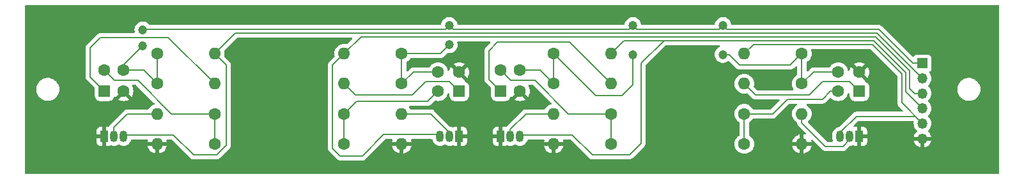
<source format=gbr>
%TF.GenerationSoftware,KiCad,Pcbnew,7.0.2*%
%TF.CreationDate,2023-06-18T06:33:31-05:00*%
%TF.ProjectId,cny70-board,636e7937-302d-4626-9f61-72642e6b6963,rev?*%
%TF.SameCoordinates,Original*%
%TF.FileFunction,Copper,L2,Bot*%
%TF.FilePolarity,Positive*%
%FSLAX46Y46*%
G04 Gerber Fmt 4.6, Leading zero omitted, Abs format (unit mm)*
G04 Created by KiCad (PCBNEW 7.0.2) date 2023-06-18 06:33:31*
%MOMM*%
%LPD*%
G01*
G04 APERTURE LIST*
G04 Aperture macros list*
%AMRoundRect*
0 Rectangle with rounded corners*
0 $1 Rounding radius*
0 $2 $3 $4 $5 $6 $7 $8 $9 X,Y pos of 4 corners*
0 Add a 4 corners polygon primitive as box body*
4,1,4,$2,$3,$4,$5,$6,$7,$8,$9,$2,$3,0*
0 Add four circle primitives for the rounded corners*
1,1,$1+$1,$2,$3*
1,1,$1+$1,$4,$5*
1,1,$1+$1,$6,$7*
1,1,$1+$1,$8,$9*
0 Add four rect primitives between the rounded corners*
20,1,$1+$1,$2,$3,$4,$5,0*
20,1,$1+$1,$4,$5,$6,$7,0*
20,1,$1+$1,$6,$7,$8,$9,0*
20,1,$1+$1,$8,$9,$2,$3,0*%
G04 Aperture macros list end*
%TA.AperFunction,ComponentPad*%
%ADD10C,1.600000*%
%TD*%
%TA.AperFunction,ComponentPad*%
%ADD11O,1.600000X1.600000*%
%TD*%
%TA.AperFunction,ComponentPad*%
%ADD12R,1.350000X1.350000*%
%TD*%
%TA.AperFunction,ComponentPad*%
%ADD13O,1.350000X1.350000*%
%TD*%
%TA.AperFunction,ComponentPad*%
%ADD14R,1.050000X1.500000*%
%TD*%
%TA.AperFunction,ComponentPad*%
%ADD15O,1.050000X1.500000*%
%TD*%
%TA.AperFunction,ComponentPad*%
%ADD16RoundRect,0.249600X0.550400X0.550400X-0.550400X0.550400X-0.550400X-0.550400X0.550400X-0.550400X0*%
%TD*%
%TA.AperFunction,ComponentPad*%
%ADD17RoundRect,0.249600X0.550400X-0.550400X0.550400X0.550400X-0.550400X0.550400X-0.550400X-0.550400X0*%
%TD*%
%TA.AperFunction,ViaPad*%
%ADD18C,1.200000*%
%TD*%
%TA.AperFunction,Conductor*%
%ADD19C,0.203200*%
%TD*%
G04 APERTURE END LIST*
D10*
%TO.P,R9,1*%
%TO.N,+5V*%
X154994000Y-95313000D03*
D11*
%TO.P,R9,2*%
%TO.N,Net-(U3-A)*%
X162614000Y-95313000D03*
%TD*%
D12*
%TO.P,J1,1,Pin_1*%
%TO.N,+5V*%
X203868000Y-92610000D03*
D13*
%TO.P,J1,2,Pin_2*%
%TO.N,/S1*%
X203868000Y-94610000D03*
%TO.P,J1,3,Pin_3*%
%TO.N,/S2*%
X203868000Y-96610000D03*
%TO.P,J1,4,Pin_4*%
%TO.N,/S3*%
X203868000Y-98610000D03*
%TO.P,J1,5,Pin_5*%
%TO.N,/S4*%
X203868000Y-100610000D03*
%TO.P,J1,6,Pin_6*%
%TO.N,GND*%
X203868000Y-102610000D03*
%TD*%
D14*
%TO.P,Q3,1,E*%
%TO.N,GND*%
X147994000Y-102313000D03*
D15*
%TO.P,Q3,2,B*%
%TO.N,Net-(Q3-B)*%
X149264000Y-102313000D03*
%TO.P,Q3,3,C*%
%TO.N,/S3*%
X150534000Y-102313000D03*
%TD*%
D10*
%TO.P,R7,1*%
%TO.N,Net-(U2-E)*%
X127254000Y-99313000D03*
D11*
%TO.P,R7,2*%
%TO.N,Net-(Q2-B)*%
X134874000Y-99313000D03*
%TD*%
D10*
%TO.P,R5,1*%
%TO.N,+5V*%
X134874000Y-95313000D03*
D11*
%TO.P,R5,2*%
%TO.N,Net-(U2-A)*%
X127254000Y-95313000D03*
%TD*%
D10*
%TO.P,R6,1*%
%TO.N,Net-(U2-E)*%
X127254000Y-103313000D03*
D11*
%TO.P,R6,2*%
%TO.N,GND*%
X134874000Y-103313000D03*
%TD*%
D14*
%TO.P,Q1,1,E*%
%TO.N,GND*%
X95494000Y-102313000D03*
D15*
%TO.P,Q1,2,B*%
%TO.N,Net-(Q1-B)*%
X96764000Y-102313000D03*
%TO.P,Q1,3,C*%
%TO.N,/S1*%
X98034000Y-102313000D03*
%TD*%
D10*
%TO.P,R8,1*%
%TO.N,+5V*%
X134874000Y-91313000D03*
D11*
%TO.P,R8,2*%
%TO.N,/S2*%
X127254000Y-91313000D03*
%TD*%
D10*
%TO.P,R15,1*%
%TO.N,Net-(U4-E)*%
X180254000Y-99313000D03*
D11*
%TO.P,R15,2*%
%TO.N,Net-(Q4-B)*%
X187874000Y-99313000D03*
%TD*%
D10*
%TO.P,R11,1*%
%TO.N,Net-(U3-E)*%
X162614000Y-99313000D03*
D11*
%TO.P,R11,2*%
%TO.N,Net-(Q3-B)*%
X154994000Y-99313000D03*
%TD*%
D10*
%TO.P,R1,1*%
%TO.N,+5V*%
X102494000Y-95313000D03*
D11*
%TO.P,R1,2*%
%TO.N,Net-(U1-A)*%
X110114000Y-95313000D03*
%TD*%
D10*
%TO.P,R3,1*%
%TO.N,Net-(U1-E)*%
X110114000Y-99313000D03*
D11*
%TO.P,R3,2*%
%TO.N,Net-(Q1-B)*%
X102494000Y-99313000D03*
%TD*%
D16*
%TO.P,U2,1,A*%
%TO.N,Net-(U2-A)*%
X142494000Y-96313000D03*
D10*
%TO.P,U2,2,K*%
%TO.N,GND*%
X142494000Y-93773000D03*
%TO.P,U2,3,C*%
%TO.N,+5V*%
X139694000Y-93773000D03*
%TO.P,U2,4,E*%
%TO.N,Net-(U2-E)*%
X139694000Y-96313000D03*
%TD*%
%TO.P,R16,1*%
%TO.N,+5V*%
X187874000Y-91313000D03*
D11*
%TO.P,R16,2*%
%TO.N,/S4*%
X180254000Y-91313000D03*
%TD*%
D17*
%TO.P,U3,1,A*%
%TO.N,Net-(U3-A)*%
X147994000Y-96313000D03*
D10*
%TO.P,U3,2,K*%
%TO.N,GND*%
X150534000Y-96313000D03*
%TO.P,U3,3,C*%
%TO.N,+5V*%
X150534000Y-93513000D03*
%TO.P,U3,4,E*%
%TO.N,Net-(U3-E)*%
X147994000Y-93513000D03*
%TD*%
%TO.P,R12,1*%
%TO.N,+5V*%
X154994000Y-91313000D03*
D11*
%TO.P,R12,2*%
%TO.N,/S3*%
X162614000Y-91313000D03*
%TD*%
D14*
%TO.P,Q2,1,E*%
%TO.N,GND*%
X142494000Y-102313000D03*
D15*
%TO.P,Q2,2,B*%
%TO.N,Net-(Q2-B)*%
X141224000Y-102313000D03*
%TO.P,Q2,3,C*%
%TO.N,/S2*%
X139954000Y-102313000D03*
%TD*%
D10*
%TO.P,R13,1*%
%TO.N,+5V*%
X187874000Y-95313000D03*
D11*
%TO.P,R13,2*%
%TO.N,Net-(U4-A)*%
X180254000Y-95313000D03*
%TD*%
D10*
%TO.P,R4,1*%
%TO.N,+5V*%
X102494000Y-91313000D03*
D11*
%TO.P,R4,2*%
%TO.N,/S1*%
X110114000Y-91313000D03*
%TD*%
D17*
%TO.P,U1,1,A*%
%TO.N,Net-(U1-A)*%
X95494000Y-96313000D03*
D10*
%TO.P,U1,2,K*%
%TO.N,GND*%
X98034000Y-96313000D03*
%TO.P,U1,3,C*%
%TO.N,+5V*%
X98034000Y-93513000D03*
%TO.P,U1,4,E*%
%TO.N,Net-(U1-E)*%
X95494000Y-93513000D03*
%TD*%
%TO.P,R10,1*%
%TO.N,Net-(U3-E)*%
X162614000Y-103313000D03*
D11*
%TO.P,R10,2*%
%TO.N,GND*%
X154994000Y-103313000D03*
%TD*%
D10*
%TO.P,R2,1*%
%TO.N,Net-(U1-E)*%
X110114000Y-103313000D03*
D11*
%TO.P,R2,2*%
%TO.N,GND*%
X102494000Y-103313000D03*
%TD*%
D14*
%TO.P,Q4,1,E*%
%TO.N,GND*%
X195494000Y-102313000D03*
D15*
%TO.P,Q4,2,B*%
%TO.N,Net-(Q4-B)*%
X194224000Y-102313000D03*
%TO.P,Q4,3,C*%
%TO.N,/S4*%
X192954000Y-102313000D03*
%TD*%
D10*
%TO.P,R14,1*%
%TO.N,Net-(U4-E)*%
X180254000Y-103313000D03*
D11*
%TO.P,R14,2*%
%TO.N,GND*%
X187874000Y-103313000D03*
%TD*%
D16*
%TO.P,U4,1,A*%
%TO.N,Net-(U4-A)*%
X195494000Y-96313000D03*
D10*
%TO.P,U4,2,K*%
%TO.N,GND*%
X195494000Y-93773000D03*
%TO.P,U4,3,C*%
%TO.N,+5V*%
X192694000Y-93773000D03*
%TO.P,U4,4,E*%
%TO.N,Net-(U4-E)*%
X192694000Y-96313000D03*
%TD*%
D18*
%TO.N,+5V*%
X165506400Y-87576700D03*
X177419000Y-91440000D03*
X141173200Y-87576700D03*
X100584000Y-88148100D03*
X141173200Y-90144600D03*
X165506400Y-91440000D03*
X177444400Y-87576700D03*
X100584000Y-90297000D03*
%TD*%
D19*
%TO.N,Net-(U4-A)*%
X181715000Y-96774000D02*
X180254000Y-95313000D01*
X190627000Y-94996000D02*
X188849000Y-96774000D01*
X194177000Y-94996000D02*
X190627000Y-94996000D01*
X195494000Y-96313000D02*
X194177000Y-94996000D01*
X188849000Y-96774000D02*
X181715000Y-96774000D01*
%TO.N,+5V*%
X140675300Y-88074600D02*
X141173200Y-87576700D01*
X100657500Y-88074600D02*
X140675300Y-88074600D01*
X100584000Y-88148100D02*
X100657500Y-88074600D01*
%TO.N,Net-(U1-A)*%
X93599000Y-94418000D02*
X95494000Y-96313000D01*
X94996000Y-89154000D02*
X93599000Y-90551000D01*
X93599000Y-90551000D02*
X93599000Y-94418000D01*
X110114000Y-95313000D02*
X103955000Y-89154000D01*
X103955000Y-89154000D02*
X94996000Y-89154000D01*
%TO.N,+5V*%
X98034000Y-92847000D02*
X98034000Y-93513000D01*
X100584000Y-90297000D02*
X98034000Y-92847000D01*
%TO.N,Net-(U2-A)*%
X136271000Y-96774000D02*
X128715000Y-96774000D01*
X141177000Y-94996000D02*
X138049000Y-94996000D01*
X138049000Y-94996000D02*
X136271000Y-96774000D01*
X142494000Y-96313000D02*
X141177000Y-94996000D01*
X128715000Y-96774000D02*
X127254000Y-95313000D01*
%TO.N,Net-(U2-E)*%
X138344000Y-97663000D02*
X139694000Y-96313000D01*
X127254000Y-99313000D02*
X128904000Y-97663000D01*
X128904000Y-97663000D02*
X138344000Y-97663000D01*
%TO.N,/S2*%
X132486400Y-102082600D02*
X139723600Y-102082600D01*
X126746000Y-104902000D02*
X129667000Y-104902000D01*
X139723600Y-102082600D02*
X139954000Y-102313000D01*
X125730000Y-92837000D02*
X125730000Y-103886000D01*
X127254000Y-91313000D02*
X125730000Y-92837000D01*
X125730000Y-103886000D02*
X126746000Y-104902000D01*
X129667000Y-104902000D02*
X132486400Y-102082600D01*
%TO.N,+5V*%
X165008500Y-88074600D02*
X165506400Y-87576700D01*
X141671100Y-88074600D02*
X165008500Y-88074600D01*
X141173200Y-87576700D02*
X141671100Y-88074600D01*
%TO.N,Net-(U3-A)*%
X146431000Y-94750000D02*
X147994000Y-96313000D01*
X157090000Y-89789000D02*
X147574000Y-89789000D01*
X147574000Y-89789000D02*
X146431000Y-90932000D01*
X162614000Y-95313000D02*
X157090000Y-89789000D01*
X146431000Y-90932000D02*
X146431000Y-94750000D01*
%TO.N,/S3*%
X160147000Y-104775000D02*
X157478600Y-102106600D01*
X165023800Y-104775000D02*
X160147000Y-104775000D01*
X166598600Y-103200200D02*
X165023800Y-104775000D01*
X166598600Y-92608400D02*
X166598600Y-103200200D01*
X157478600Y-102106600D02*
X150740400Y-102106600D01*
X169608400Y-89598600D02*
X166598600Y-92608400D01*
X169951400Y-89598600D02*
X169608400Y-89598600D01*
X150740400Y-102106600D02*
X150534000Y-102313000D01*
%TO.N,Net-(U3-E)*%
X152527000Y-94869000D02*
X156971000Y-99313000D01*
X149350000Y-94869000D02*
X152527000Y-94869000D01*
X147994000Y-93513000D02*
X149350000Y-94869000D01*
X156971000Y-99313000D02*
X162614000Y-99313000D01*
%TO.N,+5V*%
X160582000Y-96901000D02*
X154994000Y-91313000D01*
X165506400Y-95478600D02*
X164084000Y-96901000D01*
X165506400Y-91440000D02*
X165506400Y-95478600D01*
X164084000Y-96901000D02*
X160582000Y-96901000D01*
X176946500Y-88074600D02*
X177444400Y-87576700D01*
X166004300Y-88074600D02*
X176946500Y-88074600D01*
X165506400Y-87576700D02*
X166004300Y-88074600D01*
X202586420Y-92610000D02*
X203868000Y-92610000D01*
X198051020Y-88074600D02*
X202586420Y-92610000D01*
X177942300Y-88074600D02*
X198051020Y-88074600D01*
X177444400Y-87576700D02*
X177942300Y-88074600D01*
X179628800Y-92837000D02*
X186350000Y-92837000D01*
X178231800Y-91440000D02*
X179628800Y-92837000D01*
X177419000Y-91440000D02*
X178231800Y-91440000D01*
X186350000Y-92837000D02*
X187874000Y-91313000D01*
%TO.N,Net-(Q4-B)*%
X194224000Y-102752800D02*
X194224000Y-102313000D01*
X193344800Y-103632000D02*
X194224000Y-102752800D01*
X191008000Y-103632000D02*
X193344800Y-103632000D01*
X187874000Y-100498000D02*
X191008000Y-103632000D01*
X187874000Y-99313000D02*
X187874000Y-100498000D01*
%TO.N,Net-(U1-E)*%
X104393000Y-99313000D02*
X110114000Y-99313000D01*
X99949000Y-94869000D02*
X104393000Y-99313000D01*
X96850000Y-94869000D02*
X99949000Y-94869000D01*
X95494000Y-93513000D02*
X96850000Y-94869000D01*
%TO.N,Net-(Q1-B)*%
X96764000Y-101102000D02*
X96764000Y-102313000D01*
X98553000Y-99313000D02*
X96764000Y-101102000D01*
X102494000Y-99313000D02*
X98553000Y-99313000D01*
%TO.N,/S1*%
X111633000Y-92832000D02*
X110114000Y-91313000D01*
X104646600Y-102106600D02*
X107315000Y-104775000D01*
X98240400Y-102106600D02*
X104646600Y-102106600D01*
X110363000Y-104775000D02*
X111633000Y-103505000D01*
X111633000Y-103505000D02*
X111633000Y-92832000D01*
X98034000Y-102313000D02*
X98240400Y-102106600D01*
X107315000Y-104775000D02*
X110363000Y-104775000D01*
%TO.N,+5V*%
X100694000Y-93513000D02*
X102494000Y-95313000D01*
X187874000Y-91313000D02*
X187874000Y-95313000D01*
X136414000Y-93773000D02*
X134874000Y-95313000D01*
X139694000Y-93773000D02*
X136414000Y-93773000D01*
X134874000Y-91313000D02*
X134874000Y-95313000D01*
X102494000Y-95313000D02*
X102494000Y-91313000D01*
X153194000Y-93513000D02*
X154994000Y-95313000D01*
X134874000Y-91313000D02*
X140004800Y-91313000D01*
X140004800Y-91313000D02*
X141173200Y-90144600D01*
X192694000Y-93773000D02*
X189414000Y-93773000D01*
X98034000Y-93513000D02*
X100694000Y-93513000D01*
X154994000Y-91313000D02*
X154994000Y-95313000D01*
X150534000Y-93513000D02*
X153194000Y-93513000D01*
X189414000Y-93773000D02*
X187874000Y-95313000D01*
%TO.N,/S1*%
X112844400Y-88582600D02*
X110114000Y-91313000D01*
X203868000Y-94610000D02*
X197840600Y-88582600D01*
X197840600Y-88582600D02*
X112844400Y-88582600D01*
%TO.N,/S2*%
X202133200Y-95935800D02*
X202133200Y-93593620D01*
X202133200Y-93593620D02*
X197630180Y-89090600D01*
X202807400Y-96610000D02*
X202133200Y-95935800D01*
X129476400Y-89090600D02*
X127254000Y-91313000D01*
X197630180Y-89090600D02*
X129476400Y-89090600D01*
X203868000Y-96610000D02*
X202807400Y-96610000D01*
%TO.N,/S3*%
X164328400Y-89598600D02*
X162614000Y-91313000D01*
X201625200Y-93804040D02*
X197419760Y-89598600D01*
X197419760Y-89598600D02*
X169951400Y-89598600D01*
X169951400Y-89598600D02*
X164328400Y-89598600D01*
X201625200Y-96367200D02*
X201625200Y-93804040D01*
X203868000Y-98610000D02*
X201625200Y-96367200D01*
%TO.N,/S4*%
X202902200Y-99644200D02*
X195119600Y-99644200D01*
X201117200Y-94014460D02*
X201117200Y-97859200D01*
X180254000Y-91313000D02*
X181460400Y-90106600D01*
X203868000Y-100610000D02*
X202902200Y-99644200D01*
X197209340Y-90106600D02*
X201117200Y-94014460D01*
X195119600Y-99644200D02*
X192954000Y-101809800D01*
X201117200Y-97859200D02*
X203868000Y-100610000D01*
X192954000Y-101809800D02*
X192954000Y-102313000D01*
X181460400Y-90106600D02*
X197209340Y-90106600D01*
%TO.N,Net-(Q2-B)*%
X138727200Y-99313000D02*
X141224000Y-101809800D01*
X141224000Y-101809800D02*
X141224000Y-102313000D01*
X134874000Y-99313000D02*
X138727200Y-99313000D01*
%TO.N,Net-(Q3-B)*%
X149264000Y-102313000D02*
X149264000Y-101359800D01*
X149264000Y-101359800D02*
X151310800Y-99313000D01*
X151310800Y-99313000D02*
X154994000Y-99313000D01*
%TO.N,Net-(U1-E)*%
X110114000Y-103313000D02*
X110114000Y-99313000D01*
%TO.N,Net-(U2-E)*%
X127254000Y-103313000D02*
X127254000Y-99313000D01*
%TO.N,Net-(U3-E)*%
X162614000Y-103313000D02*
X162614000Y-99313000D01*
%TO.N,Net-(U4-E)*%
X191672200Y-96313000D02*
X192694000Y-96313000D01*
X190627000Y-97358200D02*
X191672200Y-96313000D01*
X184024000Y-99313000D02*
X185978800Y-97358200D01*
X180254000Y-103313000D02*
X180254000Y-99313000D01*
X185978800Y-97358200D02*
X190627000Y-97358200D01*
X180254000Y-99313000D02*
X184024000Y-99313000D01*
%TD*%
%TA.AperFunction,Conductor*%
%TO.N,GND*%
G36*
X196975619Y-90728385D02*
G01*
X196996260Y-90745018D01*
X200478782Y-94227540D01*
X200512266Y-94288861D01*
X200515100Y-94315219D01*
X200515099Y-97811620D01*
X200514039Y-97827803D01*
X200509906Y-97859200D01*
X200515100Y-97898654D01*
X200515100Y-97898660D01*
X200521175Y-97944802D01*
X200530598Y-98016380D01*
X200591267Y-98162847D01*
X200663549Y-98257047D01*
X200663551Y-98257049D01*
X200667053Y-98261613D01*
X200667056Y-98261619D01*
X200687777Y-98288622D01*
X200712908Y-98307906D01*
X200725102Y-98318600D01*
X201236921Y-98830419D01*
X201270406Y-98891742D01*
X201265422Y-98961434D01*
X201223550Y-99017367D01*
X201158086Y-99041784D01*
X201149240Y-99042100D01*
X195167180Y-99042100D01*
X195150995Y-99041039D01*
X195119598Y-99036905D01*
X195080149Y-99042099D01*
X195080130Y-99042101D01*
X194941092Y-99060404D01*
X194940286Y-99061552D01*
X194910513Y-99079098D01*
X194815951Y-99118267D01*
X194722864Y-99189696D01*
X194721754Y-99190548D01*
X194721750Y-99190551D01*
X194690178Y-99214778D01*
X194690173Y-99214784D01*
X194690171Y-99214786D01*
X194670892Y-99239909D01*
X194660201Y-99252099D01*
X192875295Y-101037005D01*
X192813972Y-101070490D01*
X192799771Y-101072727D01*
X192752968Y-101077337D01*
X192677129Y-101100343D01*
X192559659Y-101135977D01*
X192559655Y-101135978D01*
X192559655Y-101135979D01*
X192381507Y-101231201D01*
X192225352Y-101359352D01*
X192097201Y-101515507D01*
X192001978Y-101693656D01*
X191943337Y-101886968D01*
X191928798Y-102034585D01*
X191928797Y-102034603D01*
X191928500Y-102037620D01*
X191928500Y-102588380D01*
X191928797Y-102591397D01*
X191928798Y-102591414D01*
X191943337Y-102739031D01*
X191950023Y-102761072D01*
X191983038Y-102869907D01*
X191983661Y-102939771D01*
X191946413Y-102998884D01*
X191883119Y-103028475D01*
X191864377Y-103029900D01*
X191308760Y-103029900D01*
X191241721Y-103010215D01*
X191221079Y-102993581D01*
X188714523Y-100487025D01*
X188681038Y-100425702D01*
X188686022Y-100356010D01*
X188714521Y-100311664D01*
X188874047Y-100152139D01*
X189004568Y-99965734D01*
X189100739Y-99759496D01*
X189159635Y-99539692D01*
X189179468Y-99313000D01*
X189159635Y-99086308D01*
X189100739Y-98866504D01*
X189004568Y-98660266D01*
X189002998Y-98658023D01*
X188874046Y-98473859D01*
X188713140Y-98312953D01*
X188531651Y-98185875D01*
X188488026Y-98131299D01*
X188480832Y-98061800D01*
X188512354Y-97999445D01*
X188572584Y-97964031D01*
X188602774Y-97960300D01*
X190579420Y-97960300D01*
X190595604Y-97961360D01*
X190627000Y-97965494D01*
X190666455Y-97960300D01*
X190666460Y-97960300D01*
X190784180Y-97944802D01*
X190930647Y-97884133D01*
X191004058Y-97827803D01*
X191013993Y-97820180D01*
X191041039Y-97799426D01*
X191041146Y-97799343D01*
X191056422Y-97787622D01*
X191075710Y-97762484D01*
X191086390Y-97750306D01*
X191601576Y-97235120D01*
X191662897Y-97201637D01*
X191732589Y-97206621D01*
X191776934Y-97235120D01*
X191834115Y-97292301D01*
X191854863Y-97313049D01*
X192041264Y-97443567D01*
X192041265Y-97443567D01*
X192041266Y-97443568D01*
X192247504Y-97539739D01*
X192467308Y-97598635D01*
X192694000Y-97618468D01*
X192920692Y-97598635D01*
X193140496Y-97539739D01*
X193346734Y-97443568D01*
X193533139Y-97313047D01*
X193694047Y-97152139D01*
X193824568Y-96965734D01*
X193920739Y-96759496D01*
X193949726Y-96651314D01*
X193986089Y-96591656D01*
X194048936Y-96561126D01*
X194118312Y-96569420D01*
X194172190Y-96613905D01*
X194193465Y-96680457D01*
X194193500Y-96683408D01*
X194193500Y-96910228D01*
X194193500Y-96910247D01*
X194193501Y-96913378D01*
X194193820Y-96916510D01*
X194193821Y-96916511D01*
X194203995Y-97016115D01*
X194259150Y-97182563D01*
X194351206Y-97331808D01*
X194475191Y-97455793D01*
X194475193Y-97455794D01*
X194475194Y-97455795D01*
X194526759Y-97487601D01*
X194624436Y-97547849D01*
X194790883Y-97603004D01*
X194890488Y-97613180D01*
X194890489Y-97613180D01*
X194893621Y-97613500D01*
X196094378Y-97613499D01*
X196197116Y-97603004D01*
X196363564Y-97547849D01*
X196512806Y-97455795D01*
X196636795Y-97331806D01*
X196728849Y-97182564D01*
X196784004Y-97016116D01*
X196794500Y-96913379D01*
X196794499Y-95712622D01*
X196784004Y-95609884D01*
X196728849Y-95443436D01*
X196636795Y-95294194D01*
X196636794Y-95294193D01*
X196636793Y-95294191D01*
X196512808Y-95170206D01*
X196379575Y-95088027D01*
X196363564Y-95078151D01*
X196363563Y-95078150D01*
X196363562Y-95078150D01*
X196280925Y-95050767D01*
X196223480Y-95010994D01*
X196196657Y-94946478D01*
X196208972Y-94877703D01*
X196218158Y-94867044D01*
X196219472Y-94852025D01*
X195538400Y-94170953D01*
X195619148Y-94158165D01*
X195732045Y-94100641D01*
X195821641Y-94011045D01*
X195879165Y-93898148D01*
X195891953Y-93817400D01*
X196573025Y-94498472D01*
X196624134Y-94425480D01*
X196720266Y-94219326D01*
X196779141Y-93999602D01*
X196798966Y-93772999D01*
X196779141Y-93546397D01*
X196720266Y-93326673D01*
X196624133Y-93120515D01*
X196573025Y-93047526D01*
X195891953Y-93728598D01*
X195879165Y-93647852D01*
X195821641Y-93534955D01*
X195732045Y-93445359D01*
X195619148Y-93387835D01*
X195538400Y-93375046D01*
X196219472Y-92693974D01*
X196219471Y-92693972D01*
X196146484Y-92642866D01*
X195940326Y-92546733D01*
X195720602Y-92487858D01*
X195494000Y-92468033D01*
X195267397Y-92487858D01*
X195047672Y-92546733D01*
X194841516Y-92642865D01*
X194768527Y-92693973D01*
X194768526Y-92693973D01*
X195449600Y-93375046D01*
X195368852Y-93387835D01*
X195255955Y-93445359D01*
X195166359Y-93534955D01*
X195108835Y-93647852D01*
X195096046Y-93728599D01*
X194414973Y-93047527D01*
X194363865Y-93120516D01*
X194267733Y-93326673D01*
X194214033Y-93527082D01*
X194177667Y-93586742D01*
X194114820Y-93617271D01*
X194045445Y-93608976D01*
X193991567Y-93564490D01*
X193974483Y-93527081D01*
X193952586Y-93445359D01*
X193920739Y-93326504D01*
X193824568Y-93120266D01*
X193822998Y-93118023D01*
X193694046Y-92933859D01*
X193533140Y-92772953D01*
X193346735Y-92642432D01*
X193140497Y-92546261D01*
X192920689Y-92487364D01*
X192694000Y-92467531D01*
X192467310Y-92487364D01*
X192247502Y-92546261D01*
X192041264Y-92642432D01*
X191854859Y-92772953D01*
X191693953Y-92933859D01*
X191601458Y-93065959D01*
X191567015Y-93115150D01*
X191565003Y-93118023D01*
X191510427Y-93161648D01*
X191463428Y-93170900D01*
X189461580Y-93170900D01*
X189445395Y-93169839D01*
X189413999Y-93165705D01*
X189374550Y-93170899D01*
X189374534Y-93170900D01*
X189256820Y-93186398D01*
X189110352Y-93247067D01*
X189017264Y-93318496D01*
X189016154Y-93319348D01*
X189016150Y-93319351D01*
X188984578Y-93343578D01*
X188984573Y-93343584D01*
X188984571Y-93343586D01*
X188965292Y-93368709D01*
X188954601Y-93380899D01*
X188687781Y-93647720D01*
X188626458Y-93681205D01*
X188556767Y-93676221D01*
X188500833Y-93634350D01*
X188476416Y-93568885D01*
X188476100Y-93560039D01*
X188476100Y-92543572D01*
X188495785Y-92476533D01*
X188528975Y-92441998D01*
X188713139Y-92313047D01*
X188874047Y-92152139D01*
X189004568Y-91965734D01*
X189100739Y-91759496D01*
X189159635Y-91539692D01*
X189179468Y-91313000D01*
X189159635Y-91086308D01*
X189134326Y-90991852D01*
X189100281Y-90864793D01*
X189101944Y-90794944D01*
X189141107Y-90737081D01*
X189205335Y-90709577D01*
X189220056Y-90708700D01*
X196908580Y-90708700D01*
X196975619Y-90728385D01*
G37*
%TD.AperFunction*%
%TA.AperFunction,Conductor*%
G36*
X213938039Y-84855685D02*
G01*
X213983794Y-84908489D01*
X213995000Y-84960000D01*
X213995000Y-107188500D01*
X213975315Y-107255539D01*
X213922511Y-107301294D01*
X213871000Y-107312500D01*
X85124500Y-107312500D01*
X85057461Y-107292815D01*
X85011706Y-107240011D01*
X85000500Y-107188500D01*
X85000500Y-96063000D01*
X86474798Y-96063000D01*
X86478556Y-96110752D01*
X86480023Y-96129383D01*
X86477663Y-96140613D01*
X86483129Y-96174244D01*
X86484351Y-96184381D01*
X86484545Y-96186840D01*
X86484929Y-96196593D01*
X86484929Y-96225255D01*
X86488599Y-96238353D01*
X86493576Y-96301597D01*
X86509860Y-96369426D01*
X86509229Y-96382020D01*
X86520539Y-96415896D01*
X86523495Y-96426218D01*
X86524225Y-96429259D01*
X86526044Y-96438310D01*
X86530340Y-96464741D01*
X86535366Y-96475664D01*
X86549447Y-96534314D01*
X86577355Y-96601690D01*
X86578821Y-96615330D01*
X86596056Y-96648168D01*
X86600826Y-96658353D01*
X86602559Y-96662538D01*
X86605611Y-96670710D01*
X86613364Y-96693933D01*
X86619143Y-96702576D01*
X86641035Y-96755427D01*
X86662695Y-96790773D01*
X86680804Y-96820324D01*
X86684668Y-96834611D01*
X86707646Y-96865188D01*
X86714239Y-96874885D01*
X86717716Y-96880558D01*
X86721782Y-96887718D01*
X86731875Y-96906949D01*
X86737814Y-96913356D01*
X86766087Y-96959493D01*
X86817587Y-97019792D01*
X86824069Y-97034259D01*
X86852354Y-97061427D01*
X86860739Y-97070317D01*
X86866980Y-97077623D01*
X86871815Y-97083657D01*
X86882842Y-97098331D01*
X86888369Y-97102668D01*
X86921519Y-97141481D01*
X86921521Y-97141483D01*
X86984266Y-97195072D01*
X86993495Y-97209210D01*
X87026437Y-97231948D01*
X87036523Y-97239703D01*
X87046717Y-97248409D01*
X87052074Y-97253262D01*
X87062385Y-97263166D01*
X87066995Y-97265728D01*
X87103510Y-97296915D01*
X87176609Y-97341710D01*
X87188609Y-97354974D01*
X87225364Y-97372414D01*
X87236990Y-97378711D01*
X87252572Y-97388260D01*
X87258220Y-97391936D01*
X87265909Y-97397243D01*
X87269165Y-97398428D01*
X87307573Y-97421965D01*
X87389246Y-97455795D01*
X87389756Y-97456006D01*
X87404446Y-97467843D01*
X87444022Y-97479307D01*
X87456974Y-97483848D01*
X87479590Y-97493216D01*
X87485289Y-97495747D01*
X87488214Y-97497135D01*
X87489779Y-97497437D01*
X87528686Y-97513553D01*
X87618320Y-97535072D01*
X87635507Y-97544940D01*
X87676830Y-97549958D01*
X87690821Y-97552478D01*
X87722065Y-97559979D01*
X87723116Y-97560257D01*
X87723239Y-97560261D01*
X87761406Y-97569424D01*
X87856519Y-97576909D01*
X87875908Y-97584299D01*
X87917818Y-97582611D01*
X87932528Y-97582891D01*
X88000000Y-97588202D01*
X88098349Y-97580461D01*
X88119547Y-97584914D01*
X88160873Y-97576478D01*
X88175939Y-97574355D01*
X88238594Y-97569424D01*
X88337681Y-97545635D01*
X88360202Y-97546761D01*
X88399782Y-97531751D01*
X88414807Y-97527119D01*
X88451286Y-97518361D01*
X88471313Y-97513553D01*
X88568454Y-97473315D01*
X88591740Y-97470812D01*
X88628476Y-97449602D01*
X88643020Y-97442429D01*
X88692427Y-97421965D01*
X88784845Y-97365330D01*
X88808269Y-97358994D01*
X88841148Y-97332149D01*
X88854774Y-97322477D01*
X88896491Y-97296914D01*
X88981389Y-97224404D01*
X89004289Y-97214142D01*
X89032414Y-97182396D01*
X89044688Y-97170342D01*
X89078481Y-97141481D01*
X89233914Y-96959491D01*
X89358965Y-96755427D01*
X89450553Y-96534313D01*
X89506424Y-96301594D01*
X89525202Y-96063000D01*
X89506424Y-95824406D01*
X89450553Y-95591687D01*
X89442430Y-95572077D01*
X89420181Y-95518362D01*
X89358965Y-95370573D01*
X89233914Y-95166509D01*
X89233913Y-95166508D01*
X89233912Y-95166506D01*
X89078484Y-94984522D01*
X89078482Y-94984520D01*
X89078481Y-94984519D01*
X89044695Y-94955663D01*
X89032420Y-94943608D01*
X89009926Y-94918217D01*
X88981390Y-94901596D01*
X88896491Y-94829086D01*
X88869916Y-94812801D01*
X88854787Y-94803530D01*
X88841157Y-94793855D01*
X88814637Y-94772202D01*
X88784847Y-94760670D01*
X88741441Y-94734071D01*
X88692427Y-94704035D01*
X88643032Y-94683575D01*
X88628487Y-94676402D01*
X88598606Y-94659150D01*
X88568457Y-94652684D01*
X88471317Y-94612447D01*
X88414812Y-94598882D01*
X88399789Y-94594250D01*
X88367337Y-94581942D01*
X88337682Y-94580364D01*
X88238597Y-94556576D01*
X88175957Y-94551646D01*
X88160885Y-94549522D01*
X88126730Y-94542549D01*
X88098349Y-94545538D01*
X88000000Y-94537798D01*
X87932542Y-94543107D01*
X87917827Y-94543388D01*
X87882920Y-94541981D01*
X87856522Y-94549090D01*
X87761402Y-94556576D01*
X87723237Y-94565739D01*
X87723143Y-94565734D01*
X87722027Y-94566030D01*
X87712468Y-94568324D01*
X87690835Y-94573518D01*
X87676839Y-94576039D01*
X87642161Y-94580249D01*
X87618322Y-94590927D01*
X87528683Y-94612447D01*
X87489775Y-94628563D01*
X87488572Y-94628692D01*
X87485251Y-94630268D01*
X87479557Y-94632796D01*
X87456989Y-94642144D01*
X87444036Y-94646687D01*
X87410573Y-94656379D01*
X87389760Y-94669992D01*
X87307572Y-94704035D01*
X87269164Y-94727572D01*
X87266631Y-94728257D01*
X87258208Y-94734071D01*
X87252559Y-94737747D01*
X87237007Y-94747277D01*
X87225377Y-94753577D01*
X87194072Y-94768431D01*
X87176612Y-94784288D01*
X87103508Y-94829086D01*
X87066994Y-94860272D01*
X87063352Y-94861903D01*
X87052068Y-94872742D01*
X87046706Y-94877599D01*
X87036534Y-94886287D01*
X87026442Y-94894047D01*
X86998191Y-94913547D01*
X86984269Y-94930925D01*
X86921518Y-94984519D01*
X86888370Y-95023331D01*
X86883914Y-95026239D01*
X86871801Y-95042359D01*
X86866961Y-95048399D01*
X86860749Y-95055672D01*
X86852359Y-95064566D01*
X86827933Y-95088027D01*
X86817589Y-95106206D01*
X86766086Y-95166508D01*
X86737814Y-95212644D01*
X86732909Y-95217081D01*
X86721782Y-95238282D01*
X86717705Y-95245460D01*
X86714241Y-95251111D01*
X86707654Y-95260798D01*
X86687670Y-95287391D01*
X86680805Y-95305674D01*
X86641034Y-95370574D01*
X86619143Y-95423422D01*
X86614203Y-95429551D01*
X86605608Y-95455295D01*
X86602554Y-95463473D01*
X86600824Y-95467650D01*
X86596058Y-95477825D01*
X86580973Y-95506567D01*
X86577356Y-95524307D01*
X86549446Y-95591688D01*
X86535366Y-95650335D01*
X86530832Y-95658231D01*
X86526044Y-95687690D01*
X86524223Y-95696749D01*
X86523494Y-95699785D01*
X86520540Y-95710099D01*
X86510577Y-95739940D01*
X86509861Y-95756573D01*
X86493576Y-95824404D01*
X86488599Y-95887645D01*
X86484929Y-95897274D01*
X86484929Y-95929406D01*
X86484545Y-95939146D01*
X86484355Y-95941570D01*
X86484351Y-95941620D01*
X86483129Y-95951754D01*
X86478283Y-95981569D01*
X86480022Y-95996612D01*
X86474798Y-96063000D01*
X85000500Y-96063000D01*
X85000500Y-94417999D01*
X92991705Y-94417999D01*
X92996900Y-94457454D01*
X92996900Y-94457460D01*
X93008076Y-94542348D01*
X93012398Y-94575181D01*
X93054326Y-94676402D01*
X93073067Y-94721647D01*
X93145337Y-94815831D01*
X93143266Y-94813309D01*
X93143778Y-94814411D01*
X93145350Y-94815849D01*
X93169577Y-94847422D01*
X93194708Y-94866706D01*
X93206902Y-94877400D01*
X94157181Y-95827679D01*
X94190666Y-95889002D01*
X94193500Y-95915360D01*
X94193500Y-96910229D01*
X94193500Y-96910248D01*
X94193501Y-96913378D01*
X94193820Y-96916510D01*
X94193821Y-96916511D01*
X94203995Y-97016115D01*
X94259150Y-97182563D01*
X94351206Y-97331808D01*
X94475191Y-97455793D01*
X94475193Y-97455794D01*
X94475194Y-97455795D01*
X94526759Y-97487601D01*
X94624436Y-97547849D01*
X94790883Y-97603004D01*
X94890488Y-97613180D01*
X94890489Y-97613180D01*
X94893621Y-97613500D01*
X96094378Y-97613499D01*
X96197116Y-97603004D01*
X96363564Y-97547849D01*
X96512806Y-97455795D01*
X96636795Y-97331806D01*
X96728849Y-97182564D01*
X96756231Y-97099927D01*
X96796004Y-97042482D01*
X96860520Y-97015658D01*
X96929296Y-97027973D01*
X96939952Y-97037157D01*
X96954973Y-97038472D01*
X97636045Y-96357399D01*
X97648835Y-96438148D01*
X97706359Y-96551045D01*
X97795955Y-96640641D01*
X97908852Y-96698165D01*
X97989599Y-96710953D01*
X97308526Y-97392025D01*
X97308526Y-97392026D01*
X97381515Y-97443133D01*
X97587673Y-97539266D01*
X97807397Y-97598141D01*
X98034000Y-97617966D01*
X98260602Y-97598141D01*
X98480326Y-97539266D01*
X98686480Y-97443134D01*
X98759472Y-97392025D01*
X98078401Y-96710953D01*
X98159148Y-96698165D01*
X98272045Y-96640641D01*
X98361641Y-96551045D01*
X98419165Y-96438148D01*
X98431953Y-96357400D01*
X99113025Y-97038472D01*
X99164134Y-96965480D01*
X99260266Y-96759326D01*
X99319141Y-96539602D01*
X99338966Y-96313000D01*
X99319141Y-96086397D01*
X99260266Y-95866673D01*
X99159549Y-95650685D01*
X99162435Y-95649338D01*
X99145802Y-95600026D01*
X99162808Y-95532258D01*
X99213752Y-95484441D01*
X99269704Y-95471100D01*
X99648240Y-95471100D01*
X99715279Y-95490785D01*
X99735921Y-95507419D01*
X102106416Y-97877914D01*
X102139901Y-97939237D01*
X102134917Y-98008929D01*
X102093045Y-98064862D01*
X102050830Y-98085369D01*
X102047506Y-98086259D01*
X101841264Y-98182432D01*
X101654859Y-98312953D01*
X101493953Y-98473859D01*
X101365003Y-98658023D01*
X101310427Y-98701648D01*
X101263428Y-98710900D01*
X98600580Y-98710900D01*
X98584395Y-98709839D01*
X98552999Y-98705705D01*
X98513550Y-98710899D01*
X98513534Y-98710900D01*
X98395820Y-98726398D01*
X98249354Y-98787066D01*
X98159900Y-98855706D01*
X98159897Y-98855708D01*
X98155153Y-98859349D01*
X98155150Y-98859351D01*
X98153520Y-98860602D01*
X98123575Y-98883580D01*
X98104292Y-98908709D01*
X98093601Y-98920899D01*
X96371896Y-100642604D01*
X96359703Y-100653298D01*
X96334579Y-100672576D01*
X96327249Y-100682128D01*
X96310351Y-100704150D01*
X96310349Y-100704153D01*
X96310332Y-100704174D01*
X96310308Y-100704205D01*
X96261987Y-100767180D01*
X96238067Y-100798352D01*
X96177398Y-100944820D01*
X96176034Y-100955183D01*
X96147769Y-101019080D01*
X96089445Y-101057552D01*
X96053095Y-101063000D01*
X95744000Y-101063000D01*
X95744000Y-101975684D01*
X95743403Y-101987838D01*
X95739369Y-102028779D01*
X95674948Y-101978637D01*
X95556576Y-101938000D01*
X95462927Y-101938000D01*
X95370554Y-101953414D01*
X95260486Y-102012981D01*
X95244000Y-102030889D01*
X95244000Y-101063000D01*
X94924482Y-101063000D01*
X94917867Y-101063354D01*
X94861628Y-101069400D01*
X94726910Y-101119647D01*
X94611811Y-101205811D01*
X94525647Y-101320910D01*
X94475400Y-101455628D01*
X94469354Y-101511867D01*
X94469000Y-101518481D01*
X94469000Y-102063000D01*
X95214440Y-102063000D01*
X95175722Y-102105059D01*
X95125449Y-102219670D01*
X95115114Y-102344395D01*
X95145837Y-102465719D01*
X95209394Y-102563000D01*
X94469000Y-102563000D01*
X94469000Y-103107518D01*
X94469354Y-103114132D01*
X94475400Y-103170371D01*
X94525647Y-103305089D01*
X94611811Y-103420188D01*
X94726910Y-103506352D01*
X94861628Y-103556599D01*
X94917867Y-103562645D01*
X94924482Y-103563000D01*
X95244000Y-103563000D01*
X95244000Y-102593617D01*
X95313052Y-102647363D01*
X95431424Y-102688000D01*
X95525073Y-102688000D01*
X95617446Y-102672586D01*
X95727514Y-102613019D01*
X95739629Y-102599857D01*
X95743403Y-102638160D01*
X95744000Y-102650314D01*
X95744000Y-103563000D01*
X96063518Y-103563000D01*
X96070132Y-103562645D01*
X96126373Y-103556599D01*
X96277795Y-103500122D01*
X96278214Y-103501247D01*
X96323133Y-103484490D01*
X96367983Y-103489514D01*
X96369656Y-103490021D01*
X96369659Y-103490023D01*
X96562967Y-103548662D01*
X96764000Y-103568462D01*
X96965033Y-103548662D01*
X97158341Y-103490023D01*
X97336494Y-103394798D01*
X97336499Y-103394793D01*
X97340545Y-103392631D01*
X97408948Y-103378389D01*
X97457452Y-103392631D01*
X97461505Y-103394797D01*
X97461506Y-103394798D01*
X97639659Y-103490023D01*
X97832967Y-103548662D01*
X98034000Y-103568462D01*
X98235033Y-103548662D01*
X98428341Y-103490023D01*
X98606494Y-103394798D01*
X98762647Y-103266647D01*
X98890798Y-103110494D01*
X98986023Y-102932341D01*
X99027167Y-102796703D01*
X99065465Y-102738266D01*
X99129277Y-102709810D01*
X99145828Y-102708700D01*
X101148462Y-102708700D01*
X101215501Y-102728385D01*
X101261256Y-102781189D01*
X101271200Y-102850347D01*
X101268237Y-102864794D01*
X101215128Y-103062999D01*
X101215128Y-103063000D01*
X102178314Y-103063000D01*
X102166359Y-103074955D01*
X102108835Y-103187852D01*
X102089014Y-103313000D01*
X102108835Y-103438148D01*
X102166359Y-103551045D01*
X102178314Y-103563000D01*
X101215128Y-103563000D01*
X101267733Y-103759326D01*
X101363865Y-103965480D01*
X101494341Y-104151819D01*
X101655180Y-104312658D01*
X101841519Y-104443134D01*
X102047673Y-104539266D01*
X102243999Y-104591871D01*
X102244000Y-104591871D01*
X102244000Y-103628686D01*
X102255955Y-103640641D01*
X102368852Y-103698165D01*
X102462519Y-103713000D01*
X102525481Y-103713000D01*
X102619148Y-103698165D01*
X102732045Y-103640641D01*
X102744000Y-103628685D01*
X102744000Y-104591871D01*
X102940326Y-104539266D01*
X103146480Y-104443134D01*
X103332819Y-104312658D01*
X103493658Y-104151819D01*
X103624134Y-103965480D01*
X103720266Y-103759326D01*
X103772872Y-103563000D01*
X102809686Y-103563000D01*
X102821641Y-103551045D01*
X102879165Y-103438148D01*
X102898986Y-103313000D01*
X102879165Y-103187852D01*
X102821641Y-103074955D01*
X102809686Y-103063000D01*
X103772872Y-103063000D01*
X103772871Y-103062999D01*
X103719763Y-102864794D01*
X103721426Y-102794944D01*
X103760588Y-102737081D01*
X103824817Y-102709577D01*
X103839538Y-102708700D01*
X104345840Y-102708700D01*
X104412879Y-102728385D01*
X104433521Y-102745019D01*
X106855599Y-105167097D01*
X106866293Y-105179291D01*
X106885576Y-105204421D01*
X106917138Y-105228639D01*
X106917153Y-105228651D01*
X107011352Y-105300933D01*
X107054251Y-105318702D01*
X107157820Y-105361602D01*
X107275540Y-105377100D01*
X107275547Y-105377100D01*
X107315000Y-105382294D01*
X107346394Y-105378161D01*
X107362580Y-105377100D01*
X110315420Y-105377100D01*
X110331604Y-105378160D01*
X110363000Y-105382294D01*
X110402455Y-105377100D01*
X110402460Y-105377100D01*
X110520180Y-105361602D01*
X110666647Y-105300933D01*
X110760847Y-105228651D01*
X110760849Y-105228648D01*
X110792422Y-105204422D01*
X110811710Y-105179284D01*
X110822390Y-105167106D01*
X112025107Y-103964389D01*
X112037292Y-103953703D01*
X112062422Y-103934422D01*
X112069303Y-103925454D01*
X112074147Y-103919142D01*
X112086649Y-103902847D01*
X112086651Y-103902847D01*
X112158933Y-103808647D01*
X112159410Y-103807495D01*
X112219602Y-103662180D01*
X112235100Y-103544460D01*
X112235100Y-103544452D01*
X112240294Y-103505000D01*
X112236160Y-103473604D01*
X112235100Y-103457420D01*
X112235100Y-92879578D01*
X112236161Y-92863392D01*
X112240294Y-92831999D01*
X112235100Y-92792548D01*
X112235100Y-92792547D01*
X112235100Y-92792540D01*
X112219602Y-92674820D01*
X112158933Y-92528353D01*
X112086657Y-92434160D01*
X112086649Y-92434151D01*
X112072684Y-92415952D01*
X112062422Y-92402578D01*
X112037287Y-92383291D01*
X112025101Y-92372603D01*
X111406419Y-91753921D01*
X111372934Y-91692598D01*
X111374326Y-91634145D01*
X111399635Y-91539693D01*
X111419468Y-91313000D01*
X111415545Y-91268162D01*
X111399635Y-91086308D01*
X111374325Y-90991851D01*
X111375988Y-90922002D01*
X111406417Y-90872079D01*
X113057478Y-89221019D01*
X113118802Y-89187534D01*
X113145160Y-89184700D01*
X128231440Y-89184700D01*
X128298479Y-89204385D01*
X128344234Y-89257189D01*
X128354178Y-89326347D01*
X128325153Y-89389903D01*
X128319121Y-89396381D01*
X127694921Y-90020579D01*
X127633598Y-90054064D01*
X127575147Y-90052673D01*
X127480691Y-90027364D01*
X127254000Y-90007531D01*
X127027310Y-90027364D01*
X126807502Y-90086261D01*
X126601264Y-90182432D01*
X126414859Y-90312953D01*
X126253953Y-90473859D01*
X126123432Y-90660264D01*
X126027261Y-90866502D01*
X125968364Y-91086310D01*
X125948531Y-91313000D01*
X125968364Y-91539691D01*
X125993673Y-91634147D01*
X125992010Y-91703997D01*
X125961579Y-91753921D01*
X125337896Y-92377604D01*
X125325703Y-92388298D01*
X125300579Y-92407576D01*
X125294152Y-92415952D01*
X125276351Y-92439150D01*
X125276349Y-92439153D01*
X125274814Y-92441152D01*
X125274814Y-92441153D01*
X125217878Y-92515354D01*
X125204067Y-92533352D01*
X125143398Y-92679820D01*
X125127900Y-92797540D01*
X125127900Y-92797546D01*
X125122705Y-92837002D01*
X125126838Y-92868396D01*
X125127899Y-92884579D01*
X125127899Y-103838420D01*
X125126839Y-103854603D01*
X125122706Y-103886000D01*
X125127900Y-103925454D01*
X125127900Y-103925460D01*
X125141786Y-104030933D01*
X125143398Y-104043180D01*
X125190930Y-104157933D01*
X125204067Y-104189647D01*
X125276337Y-104283831D01*
X125275981Y-104283398D01*
X125276073Y-104283595D01*
X125276350Y-104283849D01*
X125300577Y-104315422D01*
X125325708Y-104334706D01*
X125337902Y-104345400D01*
X126286599Y-105294097D01*
X126297293Y-105306291D01*
X126316576Y-105331421D01*
X126348150Y-105355648D01*
X126348153Y-105355651D01*
X126355909Y-105361602D01*
X126442353Y-105427933D01*
X126588820Y-105488602D01*
X126706540Y-105504100D01*
X126706545Y-105504100D01*
X126746000Y-105509294D01*
X126777394Y-105505161D01*
X126793580Y-105504100D01*
X129619420Y-105504100D01*
X129635604Y-105505160D01*
X129667000Y-105509294D01*
X129706455Y-105504100D01*
X129706460Y-105504100D01*
X129824180Y-105488602D01*
X129970647Y-105427933D01*
X130036894Y-105377100D01*
X130057092Y-105361602D01*
X130081142Y-105343148D01*
X130081146Y-105343143D01*
X130096422Y-105331422D01*
X130115710Y-105306284D01*
X130126390Y-105294106D01*
X132699478Y-102721019D01*
X132760802Y-102687534D01*
X132787160Y-102684700D01*
X133537949Y-102684700D01*
X133604988Y-102704385D01*
X133650743Y-102757189D01*
X133660687Y-102826347D01*
X133650330Y-102861107D01*
X133647733Y-102866675D01*
X133595128Y-103062999D01*
X133595128Y-103063000D01*
X134558314Y-103063000D01*
X134546359Y-103074955D01*
X134488835Y-103187852D01*
X134469014Y-103313000D01*
X134488835Y-103438148D01*
X134546359Y-103551045D01*
X134558314Y-103563000D01*
X133595128Y-103563000D01*
X133647733Y-103759326D01*
X133743865Y-103965480D01*
X133874341Y-104151819D01*
X134035180Y-104312658D01*
X134221519Y-104443134D01*
X134427673Y-104539266D01*
X134623999Y-104591871D01*
X134624000Y-104591871D01*
X134624000Y-103628686D01*
X134635955Y-103640641D01*
X134748852Y-103698165D01*
X134842519Y-103713000D01*
X134905481Y-103713000D01*
X134999148Y-103698165D01*
X135112045Y-103640641D01*
X135124000Y-103628686D01*
X135124000Y-104591871D01*
X135320326Y-104539266D01*
X135526480Y-104443134D01*
X135712819Y-104312658D01*
X135873658Y-104151819D01*
X136004134Y-103965480D01*
X136100266Y-103759326D01*
X136152872Y-103563000D01*
X135189686Y-103563000D01*
X135201641Y-103551045D01*
X135259165Y-103438148D01*
X135278986Y-103313000D01*
X135259165Y-103187852D01*
X135201641Y-103074955D01*
X135189686Y-103063000D01*
X136152872Y-103063000D01*
X136152871Y-103062999D01*
X136100266Y-102866675D01*
X136097670Y-102861107D01*
X136087177Y-102792030D01*
X136115695Y-102728246D01*
X136174170Y-102690005D01*
X136210051Y-102684700D01*
X138834892Y-102684700D01*
X138901931Y-102704385D01*
X138947686Y-102757189D01*
X138953549Y-102772694D01*
X139001977Y-102932341D01*
X139097202Y-103110494D01*
X139100188Y-103114132D01*
X139225352Y-103266647D01*
X139281833Y-103312999D01*
X139381506Y-103394798D01*
X139559659Y-103490023D01*
X139752967Y-103548662D01*
X139954000Y-103568462D01*
X140155033Y-103548662D01*
X140348341Y-103490023D01*
X140526494Y-103394798D01*
X140526496Y-103394796D01*
X140530547Y-103392631D01*
X140598949Y-103378389D01*
X140647453Y-103392631D01*
X140651503Y-103394796D01*
X140651506Y-103394798D01*
X140829659Y-103490023D01*
X141022967Y-103548662D01*
X141224000Y-103568462D01*
X141425033Y-103548662D01*
X141618341Y-103490023D01*
X141618343Y-103490021D01*
X141620017Y-103489514D01*
X141689884Y-103488890D01*
X141719814Y-103503705D01*
X141861628Y-103556599D01*
X141917867Y-103562645D01*
X141924482Y-103563000D01*
X142244000Y-103563000D01*
X142244000Y-102650314D01*
X142244597Y-102638160D01*
X142247073Y-102613019D01*
X142248629Y-102597220D01*
X142313052Y-102647363D01*
X142431424Y-102688000D01*
X142525073Y-102688000D01*
X142617446Y-102672586D01*
X142727514Y-102613019D01*
X142744000Y-102595110D01*
X142744000Y-103563000D01*
X143063518Y-103563000D01*
X143070132Y-103562645D01*
X143126371Y-103556599D01*
X143261089Y-103506352D01*
X143376188Y-103420188D01*
X143462352Y-103305089D01*
X143512599Y-103170371D01*
X143518645Y-103114132D01*
X143519000Y-103107518D01*
X143519000Y-102563000D01*
X142773560Y-102563000D01*
X142812278Y-102520941D01*
X142862551Y-102406330D01*
X142872886Y-102281605D01*
X142842163Y-102160281D01*
X142778606Y-102063000D01*
X143519000Y-102063000D01*
X143519000Y-101518481D01*
X143518645Y-101511867D01*
X143512599Y-101455628D01*
X143462352Y-101320910D01*
X143376188Y-101205811D01*
X143261089Y-101119647D01*
X143126371Y-101069400D01*
X143070132Y-101063354D01*
X143063518Y-101063000D01*
X142744000Y-101063000D01*
X142744000Y-102032382D01*
X142674948Y-101978637D01*
X142556576Y-101938000D01*
X142462927Y-101938000D01*
X142370554Y-101953414D01*
X142260486Y-102012981D01*
X142248369Y-102026142D01*
X142244597Y-101987838D01*
X142244000Y-101975684D01*
X142244000Y-101063000D01*
X141924482Y-101063000D01*
X141917867Y-101063354D01*
X141861626Y-101069400D01*
X141710207Y-101125877D01*
X141709787Y-101124751D01*
X141664849Y-101141509D01*
X141620018Y-101136485D01*
X141425032Y-101077337D01*
X141378228Y-101072727D01*
X141313441Y-101046565D01*
X141302703Y-101037005D01*
X139186596Y-98920898D01*
X139175901Y-98908703D01*
X139156623Y-98883579D01*
X139156622Y-98883578D01*
X139125049Y-98859351D01*
X139125047Y-98859349D01*
X139030847Y-98787067D01*
X138884380Y-98726398D01*
X138882852Y-98725765D01*
X138876320Y-98725337D01*
X138766672Y-98710901D01*
X138766648Y-98710899D01*
X138727200Y-98705705D01*
X138695805Y-98709839D01*
X138679620Y-98710900D01*
X136104572Y-98710900D01*
X136037533Y-98691215D01*
X136002997Y-98658023D01*
X135867825Y-98464974D01*
X135869775Y-98463608D01*
X135843483Y-98415458D01*
X135848467Y-98345766D01*
X135890339Y-98289833D01*
X135955803Y-98265416D01*
X135964649Y-98265100D01*
X138296420Y-98265100D01*
X138312604Y-98266160D01*
X138344000Y-98270294D01*
X138383455Y-98265100D01*
X138383460Y-98265100D01*
X138501180Y-98249602D01*
X138647647Y-98188933D01*
X138688911Y-98157270D01*
X138741847Y-98116651D01*
X138741847Y-98116650D01*
X138757988Y-98104265D01*
X138758030Y-98104232D01*
X138773422Y-98092422D01*
X138792708Y-98067287D01*
X138803392Y-98055105D01*
X139253079Y-97605417D01*
X139314400Y-97571934D01*
X139372851Y-97573324D01*
X139467308Y-97598635D01*
X139694000Y-97618468D01*
X139920692Y-97598635D01*
X140140496Y-97539739D01*
X140346734Y-97443568D01*
X140533139Y-97313047D01*
X140694047Y-97152139D01*
X140824568Y-96965734D01*
X140920739Y-96759496D01*
X140949726Y-96651314D01*
X140986089Y-96591656D01*
X141048936Y-96561126D01*
X141118312Y-96569420D01*
X141172190Y-96613905D01*
X141193465Y-96680457D01*
X141193500Y-96683408D01*
X141193500Y-96910228D01*
X141193500Y-96910247D01*
X141193501Y-96913378D01*
X141193820Y-96916510D01*
X141193821Y-96916511D01*
X141203995Y-97016115D01*
X141259150Y-97182563D01*
X141351206Y-97331808D01*
X141475191Y-97455793D01*
X141475193Y-97455794D01*
X141475194Y-97455795D01*
X141526759Y-97487601D01*
X141624436Y-97547849D01*
X141790883Y-97603004D01*
X141890488Y-97613180D01*
X141890489Y-97613180D01*
X141893621Y-97613500D01*
X143094378Y-97613499D01*
X143197116Y-97603004D01*
X143363564Y-97547849D01*
X143512806Y-97455795D01*
X143636795Y-97331806D01*
X143728849Y-97182564D01*
X143784004Y-97016116D01*
X143794500Y-96913379D01*
X143794499Y-95712622D01*
X143784004Y-95609884D01*
X143728849Y-95443436D01*
X143636795Y-95294194D01*
X143636794Y-95294193D01*
X143636793Y-95294191D01*
X143512808Y-95170206D01*
X143379575Y-95088027D01*
X143363564Y-95078151D01*
X143363563Y-95078150D01*
X143363562Y-95078150D01*
X143280925Y-95050767D01*
X143223480Y-95010994D01*
X143196657Y-94946478D01*
X143208972Y-94877703D01*
X143218158Y-94867044D01*
X143219472Y-94852025D01*
X142538400Y-94170953D01*
X142619148Y-94158165D01*
X142732045Y-94100641D01*
X142821641Y-94011045D01*
X142879165Y-93898148D01*
X142891953Y-93817400D01*
X143573025Y-94498472D01*
X143624134Y-94425480D01*
X143720266Y-94219326D01*
X143779141Y-93999602D01*
X143798966Y-93773000D01*
X143779141Y-93546397D01*
X143720266Y-93326673D01*
X143624133Y-93120515D01*
X143573025Y-93047526D01*
X142891953Y-93728598D01*
X142879165Y-93647852D01*
X142821641Y-93534955D01*
X142732045Y-93445359D01*
X142619148Y-93387835D01*
X142538399Y-93375045D01*
X143219472Y-92693973D01*
X143219471Y-92693972D01*
X143146484Y-92642866D01*
X142940326Y-92546733D01*
X142720602Y-92487858D01*
X142494000Y-92468033D01*
X142267397Y-92487858D01*
X142047672Y-92546733D01*
X141841516Y-92642865D01*
X141768526Y-92693973D01*
X142449598Y-93375046D01*
X142368852Y-93387835D01*
X142255955Y-93445359D01*
X142166359Y-93534955D01*
X142108835Y-93647852D01*
X142096046Y-93728599D01*
X141414973Y-93047527D01*
X141363865Y-93120516D01*
X141267733Y-93326673D01*
X141214033Y-93527082D01*
X141177667Y-93586742D01*
X141114820Y-93617271D01*
X141045445Y-93608976D01*
X140991567Y-93564490D01*
X140974483Y-93527081D01*
X140952586Y-93445359D01*
X140920739Y-93326504D01*
X140824568Y-93120266D01*
X140822998Y-93118023D01*
X140694046Y-92933859D01*
X140533140Y-92772953D01*
X140346735Y-92642432D01*
X140140497Y-92546261D01*
X139920689Y-92487364D01*
X139693999Y-92467531D01*
X139467310Y-92487364D01*
X139247502Y-92546261D01*
X139041264Y-92642432D01*
X138854859Y-92772953D01*
X138693953Y-92933859D01*
X138601458Y-93065959D01*
X138567015Y-93115150D01*
X138565003Y-93118023D01*
X138510427Y-93161648D01*
X138463428Y-93170900D01*
X136461580Y-93170900D01*
X136445395Y-93169839D01*
X136413999Y-93165705D01*
X136374550Y-93170899D01*
X136374534Y-93170900D01*
X136256820Y-93186398D01*
X136110352Y-93247067D01*
X136017264Y-93318496D01*
X136016154Y-93319348D01*
X136016150Y-93319351D01*
X135984578Y-93343578D01*
X135984573Y-93343584D01*
X135984571Y-93343586D01*
X135965292Y-93368709D01*
X135954601Y-93380899D01*
X135687781Y-93647720D01*
X135626458Y-93681205D01*
X135556767Y-93676221D01*
X135500833Y-93634350D01*
X135476416Y-93568885D01*
X135476100Y-93560039D01*
X135476100Y-92543572D01*
X135495785Y-92476533D01*
X135528975Y-92441998D01*
X135713139Y-92313047D01*
X135874047Y-92152139D01*
X136002998Y-91967976D01*
X136057573Y-91924352D01*
X136104572Y-91915100D01*
X139957220Y-91915100D01*
X139973404Y-91916160D01*
X140004800Y-91920294D01*
X140044255Y-91915100D01*
X140044260Y-91915100D01*
X140161980Y-91899602D01*
X140308447Y-91838933D01*
X140314065Y-91834621D01*
X140323326Y-91827517D01*
X140418941Y-91754148D01*
X140418945Y-91754144D01*
X140419236Y-91753921D01*
X140434222Y-91742422D01*
X140453508Y-91717287D01*
X140464192Y-91705105D01*
X140901136Y-91268160D01*
X140962457Y-91234677D01*
X141011599Y-91233954D01*
X141071224Y-91245100D01*
X141071225Y-91245100D01*
X141275174Y-91245100D01*
X141275176Y-91245100D01*
X141475656Y-91207624D01*
X141665837Y-91133948D01*
X141839241Y-91026581D01*
X141989964Y-90889179D01*
X142112873Y-90726421D01*
X142112873Y-90726419D01*
X142112875Y-90726418D01*
X142184590Y-90582393D01*
X142203782Y-90543850D01*
X142259597Y-90347683D01*
X142278415Y-90144600D01*
X142259597Y-89941517D01*
X142251778Y-89914035D01*
X142233739Y-89850635D01*
X142234325Y-89780767D01*
X142272592Y-89722308D01*
X142336389Y-89693818D01*
X142353005Y-89692700D01*
X146519440Y-89692700D01*
X146586479Y-89712385D01*
X146632234Y-89765189D01*
X146642178Y-89834347D01*
X146613153Y-89897903D01*
X146607121Y-89904381D01*
X146038896Y-90472604D01*
X146026703Y-90483298D01*
X146001579Y-90502576D01*
X145994701Y-90511540D01*
X145977351Y-90534150D01*
X145977349Y-90534153D01*
X145977332Y-90534174D01*
X145977308Y-90534205D01*
X145964422Y-90551000D01*
X145905066Y-90628354D01*
X145844398Y-90774820D01*
X145828900Y-90892540D01*
X145828900Y-90892546D01*
X145823705Y-90931999D01*
X145827839Y-90963393D01*
X145828900Y-90979579D01*
X145828900Y-94702420D01*
X145827839Y-94718605D01*
X145823705Y-94749999D01*
X145828900Y-94789454D01*
X145828900Y-94789460D01*
X145839043Y-94866504D01*
X145844397Y-94907178D01*
X145897947Y-95036457D01*
X145905067Y-95053647D01*
X145977349Y-95147847D01*
X145977351Y-95147849D01*
X145977819Y-95148459D01*
X145977821Y-95148463D01*
X146001577Y-95179422D01*
X146026708Y-95198706D01*
X146038902Y-95209400D01*
X146657181Y-95827679D01*
X146690666Y-95889002D01*
X146693500Y-95915360D01*
X146693500Y-96910229D01*
X146693500Y-96910248D01*
X146693501Y-96913378D01*
X146693820Y-96916510D01*
X146693821Y-96916511D01*
X146703995Y-97016115D01*
X146759150Y-97182563D01*
X146851206Y-97331808D01*
X146975191Y-97455793D01*
X146975193Y-97455794D01*
X146975194Y-97455795D01*
X147026759Y-97487601D01*
X147124436Y-97547849D01*
X147290883Y-97603004D01*
X147390488Y-97613180D01*
X147390489Y-97613180D01*
X147393621Y-97613500D01*
X148594378Y-97613499D01*
X148697116Y-97603004D01*
X148863564Y-97547849D01*
X149012806Y-97455795D01*
X149136795Y-97331806D01*
X149228849Y-97182564D01*
X149256231Y-97099927D01*
X149296004Y-97042482D01*
X149360520Y-97015658D01*
X149429296Y-97027973D01*
X149439952Y-97037157D01*
X149454973Y-97038472D01*
X150136045Y-96357399D01*
X150148835Y-96438148D01*
X150206359Y-96551045D01*
X150295955Y-96640641D01*
X150408852Y-96698165D01*
X150489599Y-96710953D01*
X149808526Y-97392025D01*
X149808526Y-97392026D01*
X149881515Y-97443133D01*
X150087673Y-97539266D01*
X150307397Y-97598141D01*
X150533999Y-97617966D01*
X150760602Y-97598141D01*
X150980326Y-97539266D01*
X151186480Y-97443134D01*
X151259472Y-97392025D01*
X150578401Y-96710953D01*
X150659148Y-96698165D01*
X150772045Y-96640641D01*
X150861641Y-96551045D01*
X150919165Y-96438148D01*
X150931953Y-96357400D01*
X151613025Y-97038472D01*
X151664134Y-96965480D01*
X151760266Y-96759326D01*
X151819141Y-96539602D01*
X151838966Y-96313000D01*
X151819141Y-96086397D01*
X151760266Y-95866673D01*
X151659549Y-95650685D01*
X151662435Y-95649338D01*
X151645802Y-95600026D01*
X151662808Y-95532258D01*
X151713752Y-95484441D01*
X151769704Y-95471100D01*
X152226240Y-95471100D01*
X152293279Y-95490785D01*
X152313921Y-95507419D01*
X154667932Y-97861430D01*
X154701417Y-97922753D01*
X154696433Y-97992445D01*
X154654561Y-98048378D01*
X154612346Y-98068885D01*
X154547506Y-98086259D01*
X154341264Y-98182432D01*
X154154859Y-98312953D01*
X153993953Y-98473859D01*
X153865003Y-98658023D01*
X153810427Y-98701648D01*
X153763428Y-98710900D01*
X151358379Y-98710900D01*
X151342194Y-98709839D01*
X151338905Y-98709406D01*
X151310799Y-98705705D01*
X151271353Y-98710899D01*
X151271327Y-98710901D01*
X151153622Y-98726397D01*
X150988205Y-98794913D01*
X150983866Y-98803209D01*
X150970126Y-98815478D01*
X150917702Y-98855704D01*
X150917696Y-98855708D01*
X150912953Y-98859349D01*
X150912950Y-98859351D01*
X150911320Y-98860602D01*
X150881375Y-98883580D01*
X150862092Y-98908709D01*
X150851401Y-98920899D01*
X148871896Y-100900404D01*
X148859703Y-100911098D01*
X148834579Y-100930376D01*
X148830648Y-100935499D01*
X148810351Y-100961950D01*
X148810349Y-100961953D01*
X148810332Y-100961974D01*
X148810308Y-100962005D01*
X148762790Y-101023933D01*
X148761097Y-101026139D01*
X148704656Y-101067324D01*
X148641863Y-101071044D01*
X148641861Y-101071066D01*
X148641735Y-101071052D01*
X148634909Y-101071457D01*
X148629002Y-101069683D01*
X148570132Y-101063354D01*
X148563518Y-101063000D01*
X148244000Y-101063000D01*
X148244000Y-101975684D01*
X148243403Y-101987838D01*
X148239369Y-102028779D01*
X148174948Y-101978637D01*
X148056576Y-101938000D01*
X147962927Y-101938000D01*
X147870554Y-101953414D01*
X147760486Y-102012981D01*
X147744000Y-102030889D01*
X147744000Y-101063000D01*
X147424482Y-101063000D01*
X147417867Y-101063354D01*
X147361628Y-101069400D01*
X147226910Y-101119647D01*
X147111811Y-101205811D01*
X147025647Y-101320910D01*
X146975400Y-101455628D01*
X146969354Y-101511867D01*
X146969000Y-101518481D01*
X146969000Y-102063000D01*
X147714440Y-102063000D01*
X147675722Y-102105059D01*
X147625449Y-102219670D01*
X147615114Y-102344395D01*
X147645837Y-102465719D01*
X147709394Y-102563000D01*
X146969000Y-102563000D01*
X146969000Y-103107518D01*
X146969354Y-103114132D01*
X146975400Y-103170371D01*
X147025647Y-103305089D01*
X147111811Y-103420188D01*
X147226910Y-103506352D01*
X147361628Y-103556599D01*
X147417867Y-103562645D01*
X147424482Y-103563000D01*
X147744000Y-103563000D01*
X147744000Y-102593617D01*
X147813052Y-102647363D01*
X147931424Y-102688000D01*
X148025073Y-102688000D01*
X148117446Y-102672586D01*
X148227514Y-102613019D01*
X148239629Y-102599857D01*
X148243403Y-102638160D01*
X148244000Y-102650314D01*
X148244000Y-103563000D01*
X148563518Y-103563000D01*
X148570132Y-103562645D01*
X148626373Y-103556599D01*
X148777795Y-103500122D01*
X148778214Y-103501247D01*
X148823133Y-103484490D01*
X148867983Y-103489514D01*
X148869656Y-103490021D01*
X148869659Y-103490023D01*
X149062967Y-103548662D01*
X149264000Y-103568462D01*
X149465033Y-103548662D01*
X149658341Y-103490023D01*
X149817436Y-103404985D01*
X149840547Y-103392632D01*
X149908950Y-103378390D01*
X149957453Y-103392632D01*
X149980564Y-103404985D01*
X150139659Y-103490023D01*
X150332967Y-103548662D01*
X150534000Y-103568462D01*
X150735033Y-103548662D01*
X150928341Y-103490023D01*
X151106494Y-103394798D01*
X151262647Y-103266647D01*
X151390798Y-103110494D01*
X151486023Y-102932341D01*
X151527167Y-102796703D01*
X151565465Y-102738266D01*
X151629277Y-102709810D01*
X151645828Y-102708700D01*
X153648462Y-102708700D01*
X153715501Y-102728385D01*
X153761256Y-102781189D01*
X153771200Y-102850347D01*
X153768237Y-102864794D01*
X153715128Y-103062999D01*
X153715128Y-103063000D01*
X154678314Y-103063000D01*
X154666359Y-103074955D01*
X154608835Y-103187852D01*
X154589014Y-103313000D01*
X154608835Y-103438148D01*
X154666359Y-103551045D01*
X154678314Y-103563000D01*
X153715128Y-103563000D01*
X153767733Y-103759326D01*
X153863865Y-103965480D01*
X153994341Y-104151819D01*
X154155180Y-104312658D01*
X154341519Y-104443134D01*
X154547673Y-104539266D01*
X154743999Y-104591871D01*
X154744000Y-104591871D01*
X154744000Y-103628686D01*
X154755955Y-103640641D01*
X154868852Y-103698165D01*
X154962519Y-103713000D01*
X155025481Y-103713000D01*
X155119148Y-103698165D01*
X155232045Y-103640641D01*
X155244000Y-103628686D01*
X155244000Y-104591871D01*
X155440326Y-104539266D01*
X155646480Y-104443134D01*
X155832819Y-104312658D01*
X155993658Y-104151819D01*
X156124134Y-103965480D01*
X156220266Y-103759326D01*
X156272872Y-103563000D01*
X155309686Y-103563000D01*
X155321641Y-103551045D01*
X155379165Y-103438148D01*
X155398986Y-103313000D01*
X155379165Y-103187852D01*
X155321641Y-103074955D01*
X155309686Y-103063000D01*
X156272872Y-103063000D01*
X156272871Y-103062999D01*
X156219763Y-102864794D01*
X156221426Y-102794944D01*
X156260588Y-102737081D01*
X156324817Y-102709577D01*
X156339538Y-102708700D01*
X157177840Y-102708700D01*
X157244879Y-102728385D01*
X157265521Y-102745019D01*
X159687599Y-105167097D01*
X159698293Y-105179291D01*
X159717576Y-105204421D01*
X159749138Y-105228639D01*
X159749153Y-105228651D01*
X159843352Y-105300933D01*
X159886251Y-105318702D01*
X159989820Y-105361602D01*
X160107540Y-105377100D01*
X160107547Y-105377100D01*
X160147000Y-105382294D01*
X160178394Y-105378161D01*
X160194580Y-105377100D01*
X164976220Y-105377100D01*
X164992404Y-105378160D01*
X165023800Y-105382294D01*
X165063255Y-105377100D01*
X165063260Y-105377100D01*
X165180980Y-105361602D01*
X165327447Y-105300933D01*
X165327446Y-105300933D01*
X165327446Y-105300932D01*
X165364972Y-105285389D01*
X165388620Y-105253992D01*
X165421647Y-105228651D01*
X165421647Y-105228649D01*
X165437852Y-105216216D01*
X165437946Y-105216143D01*
X165453222Y-105204422D01*
X165472510Y-105179284D01*
X165483190Y-105167106D01*
X166990707Y-103659589D01*
X167002892Y-103648903D01*
X167028022Y-103629622D01*
X167052248Y-103598049D01*
X167052252Y-103598046D01*
X167124534Y-103503847D01*
X167185202Y-103357380D01*
X167205895Y-103200200D01*
X167201760Y-103168796D01*
X167200700Y-103152612D01*
X167200700Y-92909159D01*
X167220385Y-92842120D01*
X167237019Y-92821478D01*
X169821479Y-90237019D01*
X169882802Y-90203534D01*
X169909160Y-90200700D01*
X169911940Y-90200700D01*
X176908222Y-90200700D01*
X176975261Y-90220385D01*
X177021016Y-90273189D01*
X177030960Y-90342347D01*
X177001935Y-90405903D01*
X176953017Y-90440326D01*
X176934712Y-90447417D01*
X176926360Y-90450653D01*
X176752958Y-90558018D01*
X176602236Y-90695419D01*
X176479324Y-90858181D01*
X176388418Y-91040748D01*
X176332602Y-91236916D01*
X176313785Y-91439999D01*
X176332602Y-91643083D01*
X176388418Y-91839251D01*
X176479324Y-92021818D01*
X176602236Y-92184580D01*
X176752958Y-92321981D01*
X176926361Y-92429347D01*
X176926363Y-92429348D01*
X177116544Y-92503024D01*
X177317024Y-92540500D01*
X177317026Y-92540500D01*
X177520974Y-92540500D01*
X177520976Y-92540500D01*
X177721456Y-92503024D01*
X177911637Y-92429348D01*
X178085041Y-92321981D01*
X178090260Y-92317222D01*
X178153061Y-92286605D01*
X178222448Y-92294801D01*
X178261480Y-92321178D01*
X179169399Y-93229097D01*
X179180093Y-93241291D01*
X179199376Y-93266421D01*
X179199379Y-93266423D01*
X179230950Y-93290648D01*
X179230953Y-93290651D01*
X179277678Y-93326504D01*
X179325153Y-93362933D01*
X179471620Y-93423602D01*
X179589340Y-93439100D01*
X179589347Y-93439100D01*
X179628800Y-93444294D01*
X179660194Y-93440161D01*
X179676380Y-93439100D01*
X186302420Y-93439100D01*
X186318604Y-93440160D01*
X186350000Y-93444294D01*
X186389455Y-93439100D01*
X186389460Y-93439100D01*
X186507180Y-93423602D01*
X186653647Y-93362933D01*
X186680510Y-93342320D01*
X186701123Y-93326504D01*
X186764039Y-93278226D01*
X186764146Y-93278143D01*
X186779422Y-93266422D01*
X186798710Y-93241284D01*
X186809390Y-93229106D01*
X187060221Y-92978275D01*
X187121542Y-92944792D01*
X187191234Y-92949776D01*
X187247167Y-92991648D01*
X187271584Y-93057112D01*
X187271900Y-93065958D01*
X187271900Y-94082427D01*
X187252215Y-94149466D01*
X187219023Y-94184002D01*
X187034859Y-94312953D01*
X186873953Y-94473859D01*
X186743432Y-94660264D01*
X186647261Y-94866502D01*
X186588364Y-95086310D01*
X186568531Y-95312999D01*
X186588364Y-95539689D01*
X186647261Y-95759497D01*
X186743432Y-95965734D01*
X186751165Y-95976778D01*
X186773492Y-96042984D01*
X186756480Y-96110752D01*
X186705531Y-96158564D01*
X186649589Y-96171900D01*
X182015760Y-96171900D01*
X181948721Y-96152215D01*
X181928079Y-96135581D01*
X181546419Y-95753921D01*
X181512934Y-95692598D01*
X181514326Y-95634145D01*
X181539635Y-95539693D01*
X181555714Y-95355904D01*
X181559468Y-95313000D01*
X181554965Y-95261536D01*
X181544984Y-95147443D01*
X181539635Y-95086308D01*
X181480739Y-94866504D01*
X181384568Y-94660266D01*
X181381847Y-94656379D01*
X181254046Y-94473859D01*
X181093140Y-94312953D01*
X180906735Y-94182432D01*
X180700497Y-94086261D01*
X180480689Y-94027364D01*
X180254000Y-94007531D01*
X180027310Y-94027364D01*
X179807502Y-94086261D01*
X179601264Y-94182432D01*
X179414859Y-94312953D01*
X179253953Y-94473859D01*
X179123432Y-94660264D01*
X179027261Y-94866502D01*
X178968364Y-95086310D01*
X178948531Y-95312999D01*
X178968364Y-95539689D01*
X179027261Y-95759497D01*
X179123432Y-95965735D01*
X179253953Y-96152140D01*
X179414859Y-96313046D01*
X179601264Y-96443567D01*
X179601265Y-96443567D01*
X179601266Y-96443568D01*
X179807504Y-96539739D01*
X180027308Y-96598635D01*
X180254000Y-96618468D01*
X180480693Y-96598635D01*
X180575145Y-96573326D01*
X180644995Y-96574988D01*
X180694921Y-96605419D01*
X181255599Y-97166097D01*
X181266293Y-97178291D01*
X181285576Y-97203421D01*
X181301563Y-97215688D01*
X181317150Y-97227648D01*
X181317153Y-97227651D01*
X181348763Y-97251906D01*
X181411353Y-97299933D01*
X181557820Y-97360602D01*
X181675540Y-97376100D01*
X181675545Y-97376100D01*
X181715000Y-97381294D01*
X181746394Y-97377161D01*
X181762580Y-97376100D01*
X184810040Y-97376100D01*
X184877079Y-97395785D01*
X184922834Y-97448589D01*
X184932778Y-97517747D01*
X184903753Y-97581303D01*
X184897721Y-97587781D01*
X183810921Y-98674581D01*
X183749598Y-98708066D01*
X183723240Y-98710900D01*
X181484572Y-98710900D01*
X181417533Y-98691215D01*
X181382997Y-98658023D01*
X181349371Y-98610000D01*
X181254047Y-98473861D01*
X181254046Y-98473859D01*
X181093140Y-98312953D01*
X180906735Y-98182432D01*
X180700497Y-98086261D01*
X180480689Y-98027364D01*
X180253999Y-98007531D01*
X180027310Y-98027364D01*
X179807502Y-98086261D01*
X179601264Y-98182432D01*
X179414859Y-98312953D01*
X179253953Y-98473859D01*
X179123432Y-98660264D01*
X179027261Y-98866502D01*
X178968364Y-99086310D01*
X178948531Y-99313000D01*
X178968364Y-99539689D01*
X179027261Y-99759497D01*
X179123432Y-99965735D01*
X179253953Y-100152140D01*
X179414859Y-100313046D01*
X179426853Y-100321444D01*
X179599023Y-100441998D01*
X179642648Y-100496573D01*
X179651900Y-100543572D01*
X179651900Y-102082427D01*
X179632215Y-102149466D01*
X179599023Y-102184002D01*
X179414859Y-102312953D01*
X179253953Y-102473859D01*
X179123432Y-102660264D01*
X179027261Y-102866502D01*
X178968364Y-103086310D01*
X178948531Y-103312999D01*
X178968364Y-103539689D01*
X179027261Y-103759497D01*
X179123432Y-103965735D01*
X179253952Y-104152139D01*
X179414859Y-104313046D01*
X179601264Y-104443567D01*
X179601265Y-104443567D01*
X179601266Y-104443568D01*
X179807504Y-104539739D01*
X180027308Y-104598635D01*
X180254000Y-104618468D01*
X180480692Y-104598635D01*
X180700496Y-104539739D01*
X180906734Y-104443568D01*
X181093139Y-104313047D01*
X181172088Y-104234098D01*
X181254048Y-104152139D01*
X181384567Y-103965735D01*
X181384568Y-103965734D01*
X181480739Y-103759496D01*
X181539635Y-103539692D01*
X181559468Y-103313000D01*
X181539635Y-103086308D01*
X181480739Y-102866504D01*
X181384568Y-102660266D01*
X181375534Y-102647363D01*
X181254046Y-102473859D01*
X181093140Y-102312953D01*
X180908977Y-102184002D01*
X180865352Y-102129425D01*
X180856100Y-102082427D01*
X180856100Y-100543572D01*
X180875785Y-100476533D01*
X180908975Y-100441998D01*
X181093139Y-100313047D01*
X181254047Y-100152139D01*
X181382998Y-99967976D01*
X181437573Y-99924352D01*
X181484572Y-99915100D01*
X183976420Y-99915100D01*
X183992604Y-99916160D01*
X184024000Y-99920294D01*
X184063455Y-99915100D01*
X184063460Y-99915100D01*
X184181180Y-99899602D01*
X184327647Y-99838933D01*
X184367048Y-99808698D01*
X184397283Y-99785500D01*
X184437988Y-99754265D01*
X184438030Y-99754232D01*
X184453422Y-99742422D01*
X184472708Y-99717287D01*
X184483392Y-99705105D01*
X186191879Y-97996619D01*
X186253202Y-97963134D01*
X186279560Y-97960300D01*
X187145226Y-97960300D01*
X187212265Y-97979985D01*
X187258020Y-98032789D01*
X187267964Y-98101947D01*
X187238939Y-98165503D01*
X187216349Y-98185875D01*
X187034859Y-98312953D01*
X186873953Y-98473859D01*
X186743432Y-98660264D01*
X186647261Y-98866502D01*
X186588364Y-99086310D01*
X186568531Y-99313000D01*
X186588364Y-99539689D01*
X186647261Y-99759497D01*
X186743432Y-99965735D01*
X186873953Y-100152140D01*
X187034859Y-100313046D01*
X187218731Y-100441793D01*
X187262356Y-100496369D01*
X187270546Y-100527173D01*
X187271397Y-100533637D01*
X187271900Y-100537454D01*
X187271900Y-100537460D01*
X187276983Y-100576067D01*
X187287398Y-100655180D01*
X187307705Y-100704205D01*
X187346702Y-100798353D01*
X187348067Y-100801647D01*
X187420349Y-100895847D01*
X187420351Y-100895849D01*
X187423853Y-100900413D01*
X187423856Y-100900419D01*
X187444577Y-100927422D01*
X187469708Y-100946706D01*
X187481902Y-100957400D01*
X188390484Y-101865982D01*
X188423969Y-101927305D01*
X188418985Y-101996997D01*
X188377113Y-102052930D01*
X188311649Y-102077347D01*
X188270709Y-102073438D01*
X188124000Y-102034126D01*
X188124000Y-102997314D01*
X188112045Y-102985359D01*
X187999148Y-102927835D01*
X187905481Y-102913000D01*
X187842519Y-102913000D01*
X187748852Y-102927835D01*
X187635955Y-102985359D01*
X187624000Y-102997313D01*
X187624000Y-102034127D01*
X187623999Y-102034126D01*
X187427673Y-102086733D01*
X187221519Y-102182865D01*
X187035180Y-102313341D01*
X186874341Y-102474180D01*
X186743865Y-102660519D01*
X186647733Y-102866673D01*
X186595128Y-103062999D01*
X186595128Y-103063000D01*
X187558314Y-103063000D01*
X187546359Y-103074955D01*
X187488835Y-103187852D01*
X187469014Y-103313000D01*
X187488835Y-103438148D01*
X187546359Y-103551045D01*
X187558314Y-103563000D01*
X186595128Y-103563000D01*
X186647733Y-103759326D01*
X186743865Y-103965480D01*
X186874341Y-104151819D01*
X187035180Y-104312658D01*
X187221519Y-104443134D01*
X187427673Y-104539266D01*
X187623999Y-104591871D01*
X187624000Y-104591871D01*
X187624000Y-103628686D01*
X187635955Y-103640641D01*
X187748852Y-103698165D01*
X187842519Y-103713000D01*
X187905481Y-103713000D01*
X187999148Y-103698165D01*
X188112045Y-103640641D01*
X188124000Y-103628686D01*
X188124000Y-104591871D01*
X188320326Y-104539266D01*
X188526480Y-104443134D01*
X188712819Y-104312658D01*
X188873658Y-104151819D01*
X189004134Y-103965480D01*
X189100266Y-103759326D01*
X189152872Y-103563000D01*
X188189686Y-103563000D01*
X188201641Y-103551045D01*
X188259165Y-103438148D01*
X188278986Y-103313000D01*
X188259165Y-103187852D01*
X188201641Y-103074955D01*
X188189686Y-103063000D01*
X189152872Y-103063000D01*
X189152871Y-103062999D01*
X189113560Y-102916289D01*
X189115223Y-102846439D01*
X189154385Y-102788576D01*
X189218613Y-102761072D01*
X189287516Y-102772658D01*
X189321016Y-102796514D01*
X190548599Y-104024097D01*
X190559293Y-104036291D01*
X190578576Y-104061421D01*
X190610150Y-104085648D01*
X190610153Y-104085651D01*
X190696802Y-104152139D01*
X190704352Y-104157933D01*
X190733644Y-104170066D01*
X190850820Y-104218602D01*
X190968540Y-104234100D01*
X190968547Y-104234100D01*
X191008000Y-104239294D01*
X191039394Y-104235161D01*
X191055580Y-104234100D01*
X193297220Y-104234100D01*
X193313404Y-104235160D01*
X193344800Y-104239294D01*
X193384255Y-104234100D01*
X193384260Y-104234100D01*
X193501980Y-104218602D01*
X193648447Y-104157933D01*
X193655998Y-104152139D01*
X193742647Y-104085651D01*
X193742648Y-104085649D01*
X193758941Y-104073147D01*
X193758940Y-104073147D01*
X193774222Y-104061422D01*
X193793510Y-104036284D01*
X193804190Y-104024106D01*
X194232379Y-103595917D01*
X194293700Y-103562434D01*
X194307897Y-103560198D01*
X194425033Y-103548662D01*
X194618341Y-103490023D01*
X194618343Y-103490021D01*
X194620017Y-103489514D01*
X194689884Y-103488890D01*
X194719814Y-103503705D01*
X194861628Y-103556599D01*
X194917867Y-103562645D01*
X194924482Y-103563000D01*
X195244000Y-103563000D01*
X195244000Y-102650314D01*
X195244597Y-102638160D01*
X195247073Y-102613019D01*
X195248629Y-102597220D01*
X195313052Y-102647363D01*
X195431424Y-102688000D01*
X195525073Y-102688000D01*
X195617446Y-102672586D01*
X195727514Y-102613019D01*
X195744000Y-102595110D01*
X195744000Y-103563000D01*
X196063518Y-103563000D01*
X196070132Y-103562645D01*
X196126371Y-103556599D01*
X196261089Y-103506352D01*
X196376188Y-103420188D01*
X196462352Y-103305089D01*
X196512599Y-103170371D01*
X196518645Y-103114132D01*
X196519000Y-103107518D01*
X196519000Y-102563000D01*
X195773560Y-102563000D01*
X195812278Y-102520941D01*
X195862551Y-102406330D01*
X195872886Y-102281605D01*
X195842163Y-102160281D01*
X195778606Y-102063000D01*
X196519000Y-102063000D01*
X196519000Y-101518481D01*
X196518645Y-101511867D01*
X196512599Y-101455628D01*
X196462352Y-101320910D01*
X196376188Y-101205811D01*
X196261089Y-101119647D01*
X196126371Y-101069400D01*
X196070132Y-101063354D01*
X196063518Y-101063000D01*
X195744000Y-101063000D01*
X195744000Y-102032382D01*
X195674948Y-101978637D01*
X195556576Y-101938000D01*
X195462927Y-101938000D01*
X195370554Y-101953414D01*
X195260486Y-102012981D01*
X195248369Y-102026142D01*
X195244597Y-101987838D01*
X195244000Y-101975684D01*
X195244000Y-101063000D01*
X194924482Y-101063000D01*
X194917882Y-101063353D01*
X194857340Y-101069862D01*
X194788581Y-101057455D01*
X194737444Y-101009845D01*
X194720165Y-100942145D01*
X194742230Y-100875851D01*
X194756398Y-100858898D01*
X195332678Y-100282619D01*
X195394002Y-100249134D01*
X195420360Y-100246300D01*
X202585144Y-100246300D01*
X202652183Y-100265985D01*
X202697938Y-100318789D01*
X202708615Y-100381741D01*
X202687464Y-100609999D01*
X202707564Y-100826925D01*
X202767181Y-101036457D01*
X202864287Y-101231471D01*
X202995573Y-101405323D01*
X203119944Y-101518701D01*
X203156226Y-101578412D01*
X203154465Y-101648259D01*
X203119944Y-101701975D01*
X202995944Y-101815014D01*
X202864712Y-101988794D01*
X202767651Y-102183721D01*
X202717494Y-102359999D01*
X202717495Y-102360000D01*
X203552314Y-102360000D01*
X203540359Y-102371955D01*
X203482835Y-102484852D01*
X203463014Y-102610000D01*
X203482835Y-102735148D01*
X203540359Y-102848045D01*
X203552314Y-102860000D01*
X202717495Y-102860000D01*
X202767651Y-103036278D01*
X202864712Y-103231205D01*
X202995944Y-103404985D01*
X203156868Y-103551685D01*
X203342012Y-103666322D01*
X203545069Y-103744986D01*
X203618000Y-103758619D01*
X203618000Y-102925686D01*
X203629955Y-102937641D01*
X203742852Y-102995165D01*
X203836519Y-103010000D01*
X203899481Y-103010000D01*
X203993148Y-102995165D01*
X204106045Y-102937641D01*
X204118000Y-102925685D01*
X204118000Y-103758619D01*
X204190930Y-103744986D01*
X204393987Y-103666322D01*
X204579131Y-103551685D01*
X204740055Y-103404985D01*
X204871287Y-103231205D01*
X204968348Y-103036278D01*
X205018505Y-102860000D01*
X204183686Y-102860000D01*
X204195641Y-102848045D01*
X204253165Y-102735148D01*
X204272986Y-102610000D01*
X204253165Y-102484852D01*
X204195641Y-102371955D01*
X204183686Y-102360000D01*
X205018505Y-102360000D01*
X205018505Y-102359999D01*
X204968348Y-102183721D01*
X204871287Y-101988794D01*
X204740057Y-101815018D01*
X204616055Y-101701976D01*
X204579774Y-101642265D01*
X204581534Y-101572417D01*
X204616052Y-101518704D01*
X204740427Y-101405322D01*
X204871712Y-101231472D01*
X204968817Y-101036459D01*
X204970470Y-101030651D01*
X205028435Y-100826925D01*
X205033971Y-100767180D01*
X205048536Y-100610000D01*
X205028435Y-100393077D01*
X205028435Y-100393074D01*
X204968818Y-100183542D01*
X204871712Y-99988528D01*
X204740426Y-99814676D01*
X204616427Y-99701636D01*
X204580145Y-99641925D01*
X204581906Y-99572077D01*
X204616424Y-99518365D01*
X204740427Y-99405322D01*
X204871712Y-99231472D01*
X204968817Y-99036459D01*
X204968818Y-99036457D01*
X205028435Y-98826925D01*
X205037750Y-98726397D01*
X205048536Y-98610000D01*
X205029702Y-98406747D01*
X205028435Y-98393074D01*
X204968818Y-98183542D01*
X204871712Y-97988528D01*
X204740426Y-97814676D01*
X204616427Y-97701636D01*
X204580145Y-97641925D01*
X204581906Y-97572077D01*
X204616424Y-97518365D01*
X204740427Y-97405322D01*
X204871712Y-97231472D01*
X204968817Y-97036459D01*
X204969443Y-97034259D01*
X205028435Y-96826925D01*
X205035060Y-96755427D01*
X205048536Y-96610000D01*
X205028435Y-96393077D01*
X205028435Y-96393074D01*
X204968818Y-96183542D01*
X204908795Y-96063000D01*
X208474798Y-96063000D01*
X208478556Y-96110752D01*
X208480023Y-96129383D01*
X208477663Y-96140613D01*
X208483129Y-96174244D01*
X208484355Y-96184431D01*
X208484548Y-96186890D01*
X208484928Y-96196591D01*
X208484928Y-96225254D01*
X208488599Y-96238353D01*
X208493576Y-96301597D01*
X208509860Y-96369426D01*
X208509229Y-96382020D01*
X208520539Y-96415896D01*
X208523495Y-96426218D01*
X208524225Y-96429259D01*
X208526044Y-96438310D01*
X208530340Y-96464741D01*
X208535366Y-96475664D01*
X208549447Y-96534314D01*
X208577355Y-96601690D01*
X208578821Y-96615330D01*
X208596056Y-96648168D01*
X208600826Y-96658353D01*
X208602559Y-96662538D01*
X208605611Y-96670710D01*
X208613364Y-96693933D01*
X208619143Y-96702576D01*
X208641035Y-96755427D01*
X208662695Y-96790773D01*
X208680804Y-96820324D01*
X208684668Y-96834611D01*
X208707646Y-96865188D01*
X208714239Y-96874885D01*
X208717716Y-96880558D01*
X208721782Y-96887718D01*
X208731875Y-96906949D01*
X208737814Y-96913356D01*
X208766087Y-96959493D01*
X208817587Y-97019792D01*
X208824069Y-97034259D01*
X208852354Y-97061427D01*
X208860739Y-97070317D01*
X208866980Y-97077623D01*
X208871815Y-97083657D01*
X208882842Y-97098331D01*
X208888369Y-97102668D01*
X208921519Y-97141481D01*
X208921521Y-97141483D01*
X208984266Y-97195072D01*
X208993495Y-97209210D01*
X209026437Y-97231948D01*
X209036523Y-97239703D01*
X209046717Y-97248409D01*
X209052074Y-97253262D01*
X209062385Y-97263166D01*
X209066995Y-97265728D01*
X209103510Y-97296915D01*
X209176609Y-97341710D01*
X209188609Y-97354974D01*
X209225364Y-97372414D01*
X209236990Y-97378711D01*
X209252572Y-97388260D01*
X209258220Y-97391936D01*
X209265909Y-97397243D01*
X209269165Y-97398428D01*
X209307573Y-97421965D01*
X209389246Y-97455795D01*
X209389756Y-97456006D01*
X209404446Y-97467843D01*
X209444022Y-97479307D01*
X209456974Y-97483848D01*
X209479590Y-97493216D01*
X209485289Y-97495747D01*
X209488214Y-97497135D01*
X209489779Y-97497437D01*
X209528686Y-97513553D01*
X209618320Y-97535072D01*
X209635507Y-97544940D01*
X209676830Y-97549958D01*
X209690821Y-97552478D01*
X209722065Y-97559979D01*
X209723116Y-97560257D01*
X209723239Y-97560261D01*
X209761406Y-97569424D01*
X209856519Y-97576909D01*
X209875908Y-97584299D01*
X209917818Y-97582611D01*
X209932528Y-97582891D01*
X210000000Y-97588202D01*
X210098349Y-97580461D01*
X210119547Y-97584914D01*
X210160873Y-97576478D01*
X210175939Y-97574355D01*
X210238594Y-97569424D01*
X210337681Y-97545635D01*
X210360202Y-97546761D01*
X210399782Y-97531751D01*
X210414807Y-97527119D01*
X210451286Y-97518361D01*
X210471313Y-97513553D01*
X210568454Y-97473315D01*
X210591740Y-97470812D01*
X210628476Y-97449602D01*
X210643020Y-97442429D01*
X210692427Y-97421965D01*
X210784845Y-97365330D01*
X210808269Y-97358994D01*
X210841148Y-97332149D01*
X210854774Y-97322477D01*
X210896491Y-97296914D01*
X210981389Y-97224404D01*
X211004289Y-97214142D01*
X211032414Y-97182396D01*
X211044688Y-97170342D01*
X211078481Y-97141481D01*
X211233914Y-96959491D01*
X211358965Y-96755427D01*
X211450553Y-96534313D01*
X211506424Y-96301594D01*
X211525202Y-96063000D01*
X211506424Y-95824406D01*
X211450553Y-95591687D01*
X211442430Y-95572077D01*
X211420181Y-95518362D01*
X211358965Y-95370573D01*
X211233914Y-95166509D01*
X211233913Y-95166508D01*
X211233912Y-95166506D01*
X211078484Y-94984522D01*
X211078482Y-94984520D01*
X211078481Y-94984519D01*
X211044695Y-94955663D01*
X211032420Y-94943608D01*
X211009926Y-94918217D01*
X210981390Y-94901596D01*
X210896491Y-94829086D01*
X210869916Y-94812801D01*
X210854787Y-94803530D01*
X210841157Y-94793855D01*
X210814637Y-94772202D01*
X210784847Y-94760670D01*
X210741441Y-94734071D01*
X210692427Y-94704035D01*
X210643032Y-94683575D01*
X210628487Y-94676402D01*
X210598606Y-94659150D01*
X210568457Y-94652684D01*
X210471317Y-94612447D01*
X210414812Y-94598882D01*
X210399789Y-94594250D01*
X210367337Y-94581942D01*
X210337682Y-94580364D01*
X210238597Y-94556576D01*
X210175957Y-94551646D01*
X210160885Y-94549522D01*
X210126730Y-94542549D01*
X210098349Y-94545538D01*
X210000000Y-94537798D01*
X209932542Y-94543107D01*
X209917827Y-94543388D01*
X209882920Y-94541981D01*
X209856522Y-94549090D01*
X209761402Y-94556576D01*
X209723237Y-94565739D01*
X209723143Y-94565734D01*
X209722027Y-94566030D01*
X209712468Y-94568324D01*
X209690835Y-94573518D01*
X209676839Y-94576039D01*
X209642161Y-94580249D01*
X209618322Y-94590927D01*
X209528683Y-94612447D01*
X209489775Y-94628563D01*
X209488572Y-94628692D01*
X209485251Y-94630268D01*
X209479557Y-94632796D01*
X209456989Y-94642144D01*
X209444036Y-94646687D01*
X209410573Y-94656379D01*
X209389760Y-94669992D01*
X209307572Y-94704035D01*
X209269164Y-94727572D01*
X209266631Y-94728257D01*
X209258208Y-94734071D01*
X209252559Y-94737747D01*
X209237007Y-94747277D01*
X209225377Y-94753577D01*
X209194072Y-94768431D01*
X209176612Y-94784288D01*
X209103508Y-94829086D01*
X209066994Y-94860272D01*
X209063352Y-94861903D01*
X209052068Y-94872742D01*
X209046706Y-94877599D01*
X209036534Y-94886287D01*
X209026442Y-94894047D01*
X208998191Y-94913547D01*
X208984269Y-94930925D01*
X208921518Y-94984519D01*
X208888370Y-95023331D01*
X208883914Y-95026239D01*
X208871801Y-95042359D01*
X208866961Y-95048399D01*
X208860749Y-95055672D01*
X208852359Y-95064566D01*
X208827933Y-95088027D01*
X208817589Y-95106206D01*
X208766086Y-95166508D01*
X208737814Y-95212644D01*
X208732909Y-95217081D01*
X208721782Y-95238282D01*
X208717705Y-95245460D01*
X208714241Y-95251111D01*
X208707654Y-95260798D01*
X208687670Y-95287391D01*
X208680805Y-95305674D01*
X208641034Y-95370574D01*
X208619143Y-95423422D01*
X208614203Y-95429551D01*
X208605608Y-95455295D01*
X208602554Y-95463473D01*
X208600824Y-95467650D01*
X208596058Y-95477825D01*
X208580973Y-95506567D01*
X208577356Y-95524307D01*
X208549446Y-95591688D01*
X208535366Y-95650335D01*
X208530832Y-95658231D01*
X208526044Y-95687690D01*
X208524223Y-95696749D01*
X208523494Y-95699785D01*
X208520540Y-95710099D01*
X208510577Y-95739940D01*
X208509861Y-95756573D01*
X208493576Y-95824404D01*
X208488599Y-95887645D01*
X208484928Y-95897275D01*
X208484928Y-95929408D01*
X208484548Y-95939112D01*
X208484355Y-95941570D01*
X208483129Y-95951754D01*
X208478283Y-95981569D01*
X208480022Y-95996612D01*
X208474798Y-96063000D01*
X204908795Y-96063000D01*
X204871712Y-95988528D01*
X204740426Y-95814676D01*
X204616427Y-95701636D01*
X204580145Y-95641925D01*
X204581906Y-95572077D01*
X204616424Y-95518365D01*
X204740427Y-95405322D01*
X204871712Y-95231472D01*
X204968817Y-95036459D01*
X204971725Y-95026239D01*
X205028435Y-94826925D01*
X205034574Y-94760670D01*
X205048536Y-94610000D01*
X205031438Y-94425480D01*
X205028435Y-94393074D01*
X204968818Y-94183542D01*
X204871712Y-93988528D01*
X204790252Y-93880657D01*
X204765560Y-93815295D01*
X204780125Y-93746961D01*
X204814894Y-93706664D01*
X204900546Y-93642546D01*
X204986796Y-93527331D01*
X205037091Y-93392483D01*
X205043500Y-93332873D01*
X205043499Y-91887128D01*
X205037091Y-91827517D01*
X204986796Y-91692669D01*
X204900546Y-91577454D01*
X204785331Y-91491204D01*
X204650483Y-91440909D01*
X204590873Y-91434500D01*
X204587550Y-91434500D01*
X203148439Y-91434500D01*
X203148420Y-91434500D01*
X203145128Y-91434501D01*
X203141848Y-91434853D01*
X203141840Y-91434854D01*
X203085515Y-91440909D01*
X202950668Y-91491203D01*
X202950669Y-91491204D01*
X202835454Y-91577454D01*
X202749204Y-91692669D01*
X202749203Y-91692670D01*
X202738520Y-91706942D01*
X202735084Y-91704370D01*
X202712650Y-91734337D01*
X202647184Y-91758750D01*
X202578912Y-91743894D01*
X202550664Y-91722746D01*
X198510416Y-87682498D01*
X198499721Y-87670303D01*
X198480441Y-87645176D01*
X198456781Y-87627021D01*
X198456771Y-87627014D01*
X198448869Y-87620951D01*
X198448867Y-87620949D01*
X198377622Y-87566281D01*
X198354665Y-87548665D01*
X198234912Y-87499062D01*
X198222006Y-87489814D01*
X198090490Y-87472501D01*
X198090470Y-87472499D01*
X198051020Y-87467305D01*
X198019625Y-87471439D01*
X198003440Y-87472500D01*
X178652572Y-87472500D01*
X178585533Y-87452815D01*
X178539778Y-87400011D01*
X178533306Y-87382434D01*
X178474982Y-87177449D01*
X178384075Y-86994881D01*
X178261163Y-86832119D01*
X178110441Y-86694718D01*
X177937038Y-86587352D01*
X177746857Y-86513676D01*
X177680029Y-86501184D01*
X177546376Y-86476200D01*
X177342424Y-86476200D01*
X177242183Y-86494937D01*
X177141942Y-86513676D01*
X176951761Y-86587352D01*
X176778358Y-86694718D01*
X176627636Y-86832119D01*
X176504724Y-86994881D01*
X176413817Y-87177449D01*
X176355494Y-87382434D01*
X176318215Y-87441528D01*
X176254905Y-87471085D01*
X176236228Y-87472500D01*
X166714572Y-87472500D01*
X166647533Y-87452815D01*
X166601778Y-87400011D01*
X166595306Y-87382434D01*
X166536982Y-87177449D01*
X166446075Y-86994881D01*
X166323163Y-86832119D01*
X166172441Y-86694718D01*
X165999038Y-86587352D01*
X165808857Y-86513676D01*
X165742029Y-86501184D01*
X165608376Y-86476200D01*
X165404424Y-86476200D01*
X165304184Y-86494937D01*
X165203942Y-86513676D01*
X165013761Y-86587352D01*
X164840358Y-86694718D01*
X164689636Y-86832119D01*
X164566724Y-86994881D01*
X164475817Y-87177449D01*
X164417494Y-87382434D01*
X164380215Y-87441528D01*
X164316905Y-87471085D01*
X164298228Y-87472500D01*
X142381372Y-87472500D01*
X142314333Y-87452815D01*
X142268578Y-87400011D01*
X142262106Y-87382434D01*
X142203782Y-87177449D01*
X142112875Y-86994881D01*
X141989963Y-86832119D01*
X141839241Y-86694718D01*
X141665838Y-86587352D01*
X141475657Y-86513676D01*
X141408829Y-86501184D01*
X141275176Y-86476200D01*
X141071224Y-86476200D01*
X140970984Y-86494937D01*
X140870742Y-86513676D01*
X140680561Y-86587352D01*
X140507158Y-86694718D01*
X140356436Y-86832119D01*
X140233524Y-86994881D01*
X140142617Y-87177449D01*
X140084294Y-87382434D01*
X140047015Y-87441528D01*
X139983705Y-87471085D01*
X139965028Y-87472500D01*
X101514599Y-87472500D01*
X101447560Y-87452815D01*
X101415644Y-87423226D01*
X101400762Y-87403518D01*
X101250041Y-87266118D01*
X101076638Y-87158752D01*
X100886457Y-87085076D01*
X100819629Y-87072584D01*
X100685976Y-87047600D01*
X100482024Y-87047600D01*
X100381784Y-87066337D01*
X100281542Y-87085076D01*
X100091361Y-87158752D01*
X99917958Y-87266118D01*
X99767236Y-87403519D01*
X99644324Y-87566281D01*
X99553418Y-87748848D01*
X99497602Y-87945016D01*
X99478785Y-88148100D01*
X99497603Y-88351185D01*
X99509775Y-88393966D01*
X99509188Y-88463833D01*
X99470922Y-88522292D01*
X99407124Y-88550782D01*
X99390509Y-88551900D01*
X95043579Y-88551900D01*
X95027394Y-88550839D01*
X95024105Y-88550406D01*
X94995999Y-88546705D01*
X94956553Y-88551899D01*
X94956527Y-88551901D01*
X94838822Y-88567397D01*
X94673405Y-88635913D01*
X94669066Y-88644209D01*
X94655326Y-88656478D01*
X94602902Y-88696704D01*
X94602896Y-88696708D01*
X94598153Y-88700349D01*
X94598150Y-88700351D01*
X94596520Y-88701602D01*
X94566575Y-88724580D01*
X94547292Y-88749709D01*
X94536601Y-88761899D01*
X93206896Y-90091604D01*
X93194703Y-90102298D01*
X93169579Y-90121576D01*
X93162249Y-90131128D01*
X93145453Y-90153016D01*
X93146174Y-90152066D01*
X93059973Y-90264412D01*
X93060214Y-90265795D01*
X93051566Y-90299260D01*
X93012398Y-90393820D01*
X92996900Y-90511540D01*
X92996900Y-90511546D01*
X92991705Y-90550999D01*
X92995839Y-90582393D01*
X92996900Y-90598579D01*
X92996900Y-94370420D01*
X92995839Y-94386605D01*
X92991705Y-94417999D01*
X85000500Y-94417999D01*
X85000500Y-84960000D01*
X85020185Y-84892961D01*
X85072989Y-84847206D01*
X85124500Y-84836000D01*
X213871000Y-84836000D01*
X213938039Y-84855685D01*
G37*
%TD.AperFunction*%
%TD*%
M02*

</source>
